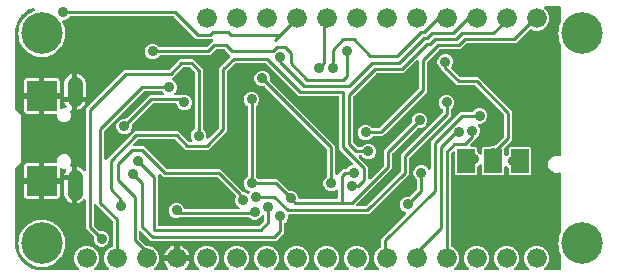
<source format=gbr>
G04 EAGLE Gerber RS-274X export*
G75*
%MOMM*%
%FSLAX34Y34*%
%LPD*%
%INBottom Copper*%
%IPPOS*%
%AMOC8*
5,1,8,0,0,1.08239X$1,22.5*%
G01*
%ADD10C,3.516000*%
%ADD11R,2.500000X2.500000*%
%ADD12C,1.308000*%
%ADD13R,1.500000X2.000000*%
%ADD14C,1.676400*%
%ADD15C,0.906400*%
%ADD16C,0.254000*%

G36*
X131486Y2558D02*
X131486Y2558D01*
X131624Y2571D01*
X131643Y2578D01*
X131664Y2581D01*
X131793Y2632D01*
X131924Y2679D01*
X131940Y2690D01*
X131959Y2698D01*
X132071Y2779D01*
X132187Y2857D01*
X132200Y2873D01*
X132217Y2884D01*
X132305Y2992D01*
X132397Y3096D01*
X132406Y3114D01*
X132419Y3129D01*
X132479Y3255D01*
X132542Y3379D01*
X132546Y3399D01*
X132555Y3417D01*
X132581Y3554D01*
X132611Y3689D01*
X132611Y3710D01*
X132615Y3729D01*
X132606Y3868D01*
X132602Y4007D01*
X132596Y4027D01*
X132595Y4047D01*
X132552Y4179D01*
X132513Y4313D01*
X132503Y4330D01*
X132497Y4349D01*
X132423Y4467D01*
X132352Y4587D01*
X132333Y4608D01*
X132327Y4618D01*
X132312Y4632D01*
X132245Y4707D01*
X131369Y5584D01*
X130358Y6975D01*
X129577Y8507D01*
X129046Y10142D01*
X129037Y10201D01*
X138470Y10201D01*
X138588Y10216D01*
X138707Y10223D01*
X138745Y10235D01*
X138785Y10241D01*
X138896Y10284D01*
X139009Y10321D01*
X139043Y10343D01*
X139081Y10358D01*
X139177Y10427D01*
X139278Y10491D01*
X139306Y10521D01*
X139338Y10544D01*
X139414Y10636D01*
X139496Y10723D01*
X139515Y10758D01*
X139541Y10789D01*
X139592Y10897D01*
X139649Y11001D01*
X139659Y11041D01*
X139677Y11077D01*
X139697Y11184D01*
X139701Y11154D01*
X139745Y11044D01*
X139781Y10931D01*
X139803Y10896D01*
X139818Y10859D01*
X139888Y10762D01*
X139951Y10662D01*
X139981Y10634D01*
X140005Y10601D01*
X140096Y10525D01*
X140183Y10444D01*
X140219Y10424D01*
X140250Y10399D01*
X140357Y10348D01*
X140462Y10290D01*
X140501Y10280D01*
X140537Y10263D01*
X140654Y10241D01*
X140770Y10211D01*
X140830Y10207D01*
X140850Y10203D01*
X140870Y10205D01*
X140930Y10201D01*
X150363Y10201D01*
X150354Y10142D01*
X149823Y8507D01*
X149042Y6975D01*
X148031Y5584D01*
X147155Y4707D01*
X147070Y4598D01*
X146981Y4491D01*
X146972Y4472D01*
X146960Y4456D01*
X146904Y4328D01*
X146845Y4203D01*
X146841Y4183D01*
X146833Y4164D01*
X146811Y4026D01*
X146785Y3890D01*
X146787Y3870D01*
X146783Y3850D01*
X146796Y3711D01*
X146805Y3573D01*
X146811Y3554D01*
X146813Y3534D01*
X146860Y3402D01*
X146903Y3271D01*
X146914Y3253D01*
X146921Y3234D01*
X146999Y3119D01*
X147073Y3002D01*
X147088Y2988D01*
X147099Y2971D01*
X147203Y2879D01*
X147305Y2784D01*
X147323Y2774D01*
X147338Y2761D01*
X147462Y2698D01*
X147583Y2630D01*
X147603Y2625D01*
X147621Y2616D01*
X147757Y2586D01*
X147891Y2551D01*
X147919Y2549D01*
X147931Y2546D01*
X147952Y2547D01*
X148052Y2541D01*
X157466Y2541D01*
X157604Y2558D01*
X157743Y2571D01*
X157762Y2578D01*
X157782Y2581D01*
X157911Y2632D01*
X158042Y2679D01*
X158059Y2690D01*
X158078Y2698D01*
X158190Y2779D01*
X158305Y2857D01*
X158319Y2873D01*
X158335Y2884D01*
X158424Y2992D01*
X158516Y3096D01*
X158525Y3114D01*
X158538Y3129D01*
X158597Y3255D01*
X158660Y3379D01*
X158665Y3399D01*
X158673Y3417D01*
X158699Y3553D01*
X158730Y3689D01*
X158729Y3710D01*
X158733Y3729D01*
X158724Y3868D01*
X158720Y4007D01*
X158715Y4027D01*
X158713Y4047D01*
X158671Y4179D01*
X158632Y4313D01*
X158622Y4330D01*
X158615Y4349D01*
X158541Y4467D01*
X158470Y4587D01*
X158452Y4608D01*
X158445Y4618D01*
X158430Y4632D01*
X158364Y4707D01*
X156271Y6801D01*
X154685Y10628D01*
X154685Y14772D01*
X156271Y18599D01*
X159201Y21529D01*
X163028Y23115D01*
X167172Y23115D01*
X170999Y21529D01*
X173929Y18599D01*
X175515Y14772D01*
X175515Y10628D01*
X173929Y6801D01*
X171836Y4707D01*
X171751Y4598D01*
X171662Y4491D01*
X171654Y4472D01*
X171641Y4456D01*
X171586Y4328D01*
X171527Y4203D01*
X171523Y4183D01*
X171515Y4164D01*
X171493Y4026D01*
X171467Y3890D01*
X171468Y3870D01*
X171465Y3850D01*
X171478Y3711D01*
X171487Y3573D01*
X171493Y3554D01*
X171495Y3534D01*
X171542Y3402D01*
X171585Y3271D01*
X171596Y3253D01*
X171602Y3234D01*
X171680Y3119D01*
X171755Y3002D01*
X171770Y2988D01*
X171781Y2971D01*
X171885Y2879D01*
X171986Y2784D01*
X172004Y2774D01*
X172019Y2761D01*
X172144Y2697D01*
X172265Y2630D01*
X172285Y2625D01*
X172303Y2616D01*
X172438Y2586D01*
X172573Y2551D01*
X172601Y2549D01*
X172613Y2546D01*
X172633Y2547D01*
X172734Y2541D01*
X182866Y2541D01*
X183004Y2558D01*
X183143Y2571D01*
X183162Y2578D01*
X183182Y2581D01*
X183311Y2632D01*
X183442Y2679D01*
X183459Y2690D01*
X183478Y2698D01*
X183590Y2779D01*
X183705Y2857D01*
X183719Y2873D01*
X183735Y2884D01*
X183824Y2992D01*
X183916Y3096D01*
X183925Y3114D01*
X183938Y3129D01*
X183997Y3255D01*
X184060Y3379D01*
X184065Y3399D01*
X184073Y3417D01*
X184099Y3553D01*
X184130Y3689D01*
X184129Y3710D01*
X184133Y3729D01*
X184124Y3868D01*
X184120Y4007D01*
X184115Y4027D01*
X184113Y4047D01*
X184071Y4179D01*
X184032Y4313D01*
X184022Y4330D01*
X184015Y4349D01*
X183941Y4467D01*
X183870Y4587D01*
X183852Y4608D01*
X183845Y4618D01*
X183830Y4632D01*
X183764Y4707D01*
X181671Y6801D01*
X180085Y10628D01*
X180085Y14772D01*
X181671Y18599D01*
X184601Y21529D01*
X188428Y23115D01*
X192572Y23115D01*
X196399Y21529D01*
X199329Y18599D01*
X200915Y14772D01*
X200915Y10628D01*
X199329Y6801D01*
X197236Y4707D01*
X197151Y4598D01*
X197062Y4491D01*
X197054Y4472D01*
X197041Y4456D01*
X196986Y4328D01*
X196927Y4203D01*
X196923Y4183D01*
X196915Y4164D01*
X196893Y4026D01*
X196867Y3890D01*
X196868Y3870D01*
X196865Y3850D01*
X196878Y3711D01*
X196887Y3573D01*
X196893Y3554D01*
X196895Y3534D01*
X196942Y3402D01*
X196985Y3271D01*
X196996Y3253D01*
X197002Y3234D01*
X197080Y3119D01*
X197155Y3002D01*
X197170Y2988D01*
X197181Y2971D01*
X197285Y2879D01*
X197386Y2784D01*
X197404Y2774D01*
X197419Y2761D01*
X197544Y2697D01*
X197665Y2630D01*
X197685Y2625D01*
X197703Y2616D01*
X197838Y2586D01*
X197973Y2551D01*
X198001Y2549D01*
X198013Y2546D01*
X198033Y2547D01*
X198134Y2541D01*
X208266Y2541D01*
X208404Y2558D01*
X208543Y2571D01*
X208562Y2578D01*
X208582Y2581D01*
X208711Y2632D01*
X208842Y2679D01*
X208859Y2690D01*
X208878Y2698D01*
X208990Y2779D01*
X209105Y2857D01*
X209119Y2873D01*
X209135Y2884D01*
X209224Y2992D01*
X209316Y3096D01*
X209325Y3114D01*
X209338Y3129D01*
X209397Y3255D01*
X209460Y3379D01*
X209465Y3399D01*
X209473Y3417D01*
X209499Y3553D01*
X209530Y3689D01*
X209529Y3710D01*
X209533Y3729D01*
X209524Y3868D01*
X209520Y4007D01*
X209515Y4027D01*
X209513Y4047D01*
X209471Y4179D01*
X209432Y4313D01*
X209422Y4330D01*
X209415Y4349D01*
X209341Y4467D01*
X209270Y4587D01*
X209252Y4608D01*
X209245Y4618D01*
X209230Y4632D01*
X209164Y4707D01*
X207071Y6801D01*
X205485Y10628D01*
X205485Y14772D01*
X207071Y18599D01*
X210001Y21529D01*
X213828Y23115D01*
X217972Y23115D01*
X221799Y21529D01*
X224729Y18599D01*
X226315Y14772D01*
X226315Y10628D01*
X224729Y6801D01*
X222636Y4707D01*
X222551Y4598D01*
X222462Y4491D01*
X222454Y4472D01*
X222441Y4456D01*
X222386Y4328D01*
X222327Y4203D01*
X222323Y4183D01*
X222315Y4164D01*
X222293Y4026D01*
X222267Y3890D01*
X222268Y3870D01*
X222265Y3850D01*
X222278Y3711D01*
X222287Y3573D01*
X222293Y3554D01*
X222295Y3534D01*
X222342Y3402D01*
X222385Y3271D01*
X222396Y3253D01*
X222402Y3234D01*
X222480Y3119D01*
X222555Y3002D01*
X222570Y2988D01*
X222581Y2971D01*
X222685Y2879D01*
X222786Y2784D01*
X222804Y2774D01*
X222819Y2761D01*
X222944Y2697D01*
X223065Y2630D01*
X223085Y2625D01*
X223103Y2616D01*
X223238Y2586D01*
X223373Y2551D01*
X223401Y2549D01*
X223413Y2546D01*
X223433Y2547D01*
X223534Y2541D01*
X233666Y2541D01*
X233804Y2558D01*
X233943Y2571D01*
X233962Y2578D01*
X233982Y2581D01*
X234111Y2632D01*
X234242Y2679D01*
X234259Y2690D01*
X234278Y2698D01*
X234390Y2779D01*
X234505Y2857D01*
X234519Y2873D01*
X234535Y2884D01*
X234624Y2992D01*
X234716Y3096D01*
X234725Y3114D01*
X234738Y3129D01*
X234797Y3255D01*
X234860Y3379D01*
X234865Y3399D01*
X234873Y3417D01*
X234899Y3553D01*
X234930Y3689D01*
X234929Y3710D01*
X234933Y3729D01*
X234924Y3868D01*
X234920Y4007D01*
X234915Y4027D01*
X234913Y4047D01*
X234871Y4179D01*
X234832Y4313D01*
X234822Y4330D01*
X234815Y4349D01*
X234741Y4467D01*
X234670Y4587D01*
X234652Y4608D01*
X234645Y4618D01*
X234630Y4632D01*
X234564Y4707D01*
X232471Y6801D01*
X230885Y10628D01*
X230885Y14772D01*
X232471Y18599D01*
X235401Y21529D01*
X239228Y23115D01*
X243372Y23115D01*
X247199Y21529D01*
X250129Y18599D01*
X251715Y14772D01*
X251715Y10628D01*
X250129Y6801D01*
X248036Y4707D01*
X247951Y4598D01*
X247862Y4491D01*
X247854Y4472D01*
X247841Y4456D01*
X247786Y4328D01*
X247727Y4203D01*
X247723Y4183D01*
X247715Y4164D01*
X247693Y4026D01*
X247667Y3890D01*
X247668Y3870D01*
X247665Y3850D01*
X247678Y3711D01*
X247687Y3573D01*
X247693Y3554D01*
X247695Y3534D01*
X247742Y3402D01*
X247785Y3271D01*
X247796Y3253D01*
X247802Y3234D01*
X247880Y3119D01*
X247955Y3002D01*
X247970Y2988D01*
X247981Y2971D01*
X248085Y2879D01*
X248186Y2784D01*
X248204Y2774D01*
X248219Y2761D01*
X248344Y2697D01*
X248465Y2630D01*
X248485Y2625D01*
X248503Y2616D01*
X248638Y2586D01*
X248773Y2551D01*
X248801Y2549D01*
X248813Y2546D01*
X248833Y2547D01*
X248934Y2541D01*
X259066Y2541D01*
X259204Y2558D01*
X259343Y2571D01*
X259362Y2578D01*
X259382Y2581D01*
X259511Y2632D01*
X259642Y2679D01*
X259659Y2690D01*
X259678Y2698D01*
X259790Y2779D01*
X259905Y2857D01*
X259919Y2873D01*
X259935Y2884D01*
X260024Y2992D01*
X260116Y3096D01*
X260125Y3114D01*
X260138Y3129D01*
X260197Y3255D01*
X260260Y3379D01*
X260265Y3399D01*
X260273Y3417D01*
X260299Y3553D01*
X260330Y3689D01*
X260329Y3710D01*
X260333Y3729D01*
X260324Y3868D01*
X260320Y4007D01*
X260315Y4027D01*
X260313Y4047D01*
X260271Y4179D01*
X260232Y4313D01*
X260222Y4330D01*
X260215Y4349D01*
X260141Y4467D01*
X260070Y4587D01*
X260052Y4608D01*
X260045Y4618D01*
X260030Y4632D01*
X259964Y4707D01*
X257871Y6801D01*
X256285Y10628D01*
X256285Y14772D01*
X257871Y18599D01*
X260801Y21529D01*
X264628Y23115D01*
X268772Y23115D01*
X272599Y21529D01*
X275529Y18599D01*
X277115Y14772D01*
X277115Y10628D01*
X275529Y6801D01*
X273436Y4707D01*
X273351Y4598D01*
X273262Y4491D01*
X273254Y4472D01*
X273241Y4456D01*
X273186Y4328D01*
X273127Y4203D01*
X273123Y4183D01*
X273115Y4164D01*
X273093Y4026D01*
X273067Y3890D01*
X273068Y3870D01*
X273065Y3850D01*
X273078Y3711D01*
X273087Y3573D01*
X273093Y3554D01*
X273095Y3534D01*
X273142Y3402D01*
X273185Y3271D01*
X273196Y3253D01*
X273202Y3234D01*
X273280Y3119D01*
X273355Y3002D01*
X273370Y2988D01*
X273381Y2971D01*
X273485Y2879D01*
X273586Y2784D01*
X273604Y2774D01*
X273619Y2761D01*
X273744Y2697D01*
X273865Y2630D01*
X273885Y2625D01*
X273903Y2616D01*
X274038Y2586D01*
X274173Y2551D01*
X274201Y2549D01*
X274213Y2546D01*
X274233Y2547D01*
X274334Y2541D01*
X284466Y2541D01*
X284604Y2558D01*
X284743Y2571D01*
X284762Y2578D01*
X284782Y2581D01*
X284911Y2632D01*
X285042Y2679D01*
X285059Y2690D01*
X285078Y2698D01*
X285190Y2779D01*
X285305Y2857D01*
X285319Y2873D01*
X285335Y2884D01*
X285424Y2992D01*
X285516Y3096D01*
X285525Y3114D01*
X285538Y3129D01*
X285597Y3255D01*
X285660Y3379D01*
X285665Y3399D01*
X285673Y3417D01*
X285699Y3553D01*
X285730Y3689D01*
X285729Y3710D01*
X285733Y3729D01*
X285724Y3868D01*
X285720Y4007D01*
X285715Y4027D01*
X285713Y4047D01*
X285671Y4179D01*
X285632Y4313D01*
X285622Y4330D01*
X285615Y4349D01*
X285541Y4467D01*
X285470Y4587D01*
X285452Y4608D01*
X285445Y4618D01*
X285430Y4632D01*
X285364Y4707D01*
X283271Y6801D01*
X281685Y10628D01*
X281685Y14772D01*
X283271Y18599D01*
X286201Y21529D01*
X290028Y23115D01*
X294172Y23115D01*
X297999Y21529D01*
X300929Y18599D01*
X302515Y14772D01*
X302515Y10628D01*
X300929Y6801D01*
X298836Y4707D01*
X298751Y4598D01*
X298662Y4491D01*
X298654Y4472D01*
X298641Y4456D01*
X298586Y4328D01*
X298527Y4203D01*
X298523Y4183D01*
X298515Y4164D01*
X298493Y4026D01*
X298467Y3890D01*
X298468Y3870D01*
X298465Y3850D01*
X298478Y3711D01*
X298487Y3573D01*
X298493Y3554D01*
X298495Y3534D01*
X298542Y3402D01*
X298585Y3271D01*
X298596Y3253D01*
X298602Y3234D01*
X298680Y3119D01*
X298755Y3002D01*
X298770Y2988D01*
X298781Y2971D01*
X298885Y2879D01*
X298986Y2784D01*
X299004Y2774D01*
X299019Y2761D01*
X299144Y2697D01*
X299265Y2630D01*
X299285Y2625D01*
X299303Y2616D01*
X299438Y2586D01*
X299573Y2551D01*
X299601Y2549D01*
X299613Y2546D01*
X299633Y2547D01*
X299734Y2541D01*
X309866Y2541D01*
X310004Y2558D01*
X310143Y2571D01*
X310162Y2578D01*
X310182Y2581D01*
X310311Y2632D01*
X310442Y2679D01*
X310459Y2690D01*
X310478Y2698D01*
X310590Y2779D01*
X310705Y2857D01*
X310719Y2873D01*
X310735Y2884D01*
X310824Y2992D01*
X310916Y3096D01*
X310925Y3114D01*
X310938Y3129D01*
X310997Y3255D01*
X311060Y3379D01*
X311065Y3399D01*
X311073Y3417D01*
X311099Y3553D01*
X311130Y3689D01*
X311129Y3710D01*
X311133Y3729D01*
X311124Y3868D01*
X311120Y4007D01*
X311115Y4027D01*
X311113Y4047D01*
X311071Y4179D01*
X311032Y4313D01*
X311022Y4330D01*
X311015Y4349D01*
X310941Y4467D01*
X310870Y4587D01*
X310852Y4608D01*
X310845Y4618D01*
X310830Y4632D01*
X310764Y4707D01*
X308671Y6801D01*
X307085Y10628D01*
X307085Y14772D01*
X308671Y18599D01*
X311601Y21529D01*
X312144Y21754D01*
X312169Y21769D01*
X312197Y21778D01*
X312307Y21847D01*
X312420Y21912D01*
X312441Y21932D01*
X312466Y21948D01*
X312555Y22043D01*
X312648Y22133D01*
X312664Y22158D01*
X312684Y22180D01*
X312747Y22293D01*
X312815Y22404D01*
X312823Y22432D01*
X312838Y22458D01*
X312870Y22584D01*
X312908Y22708D01*
X312910Y22738D01*
X312917Y22766D01*
X312927Y22927D01*
X312927Y29308D01*
X315234Y31614D01*
X333692Y50073D01*
X333722Y50112D01*
X333759Y50145D01*
X333819Y50237D01*
X333887Y50324D01*
X333907Y50370D01*
X333934Y50411D01*
X333970Y50515D01*
X334013Y50616D01*
X334021Y50665D01*
X334037Y50712D01*
X334046Y50821D01*
X334063Y50930D01*
X334058Y50979D01*
X334062Y51029D01*
X334044Y51137D01*
X334033Y51246D01*
X334016Y51293D01*
X334008Y51342D01*
X333963Y51442D01*
X333926Y51546D01*
X333898Y51587D01*
X333877Y51632D01*
X333809Y51718D01*
X333747Y51809D01*
X333710Y51842D01*
X333679Y51881D01*
X333591Y51947D01*
X333509Y52019D01*
X333464Y52042D01*
X333425Y52072D01*
X333280Y52143D01*
X331561Y52855D01*
X329715Y54701D01*
X328715Y57114D01*
X328715Y59726D01*
X329715Y62139D01*
X331561Y63985D01*
X333974Y64985D01*
X336648Y64985D01*
X336746Y64997D01*
X336845Y65000D01*
X336904Y65017D01*
X336964Y65025D01*
X337056Y65061D01*
X337151Y65089D01*
X337203Y65119D01*
X337259Y65142D01*
X337339Y65200D01*
X337425Y65250D01*
X337500Y65316D01*
X337517Y65328D01*
X337525Y65338D01*
X337546Y65356D01*
X343036Y70846D01*
X343096Y70925D01*
X343164Y70997D01*
X343193Y71050D01*
X343230Y71098D01*
X343270Y71189D01*
X343318Y71275D01*
X343333Y71334D01*
X343357Y71389D01*
X343372Y71487D01*
X343397Y71583D01*
X343403Y71683D01*
X343407Y71704D01*
X343405Y71716D01*
X343407Y71744D01*
X343407Y78583D01*
X343395Y78681D01*
X343392Y78780D01*
X343375Y78839D01*
X343367Y78899D01*
X343331Y78991D01*
X343303Y79086D01*
X343273Y79138D01*
X343250Y79194D01*
X343192Y79274D01*
X343142Y79360D01*
X343076Y79435D01*
X343064Y79452D01*
X343054Y79459D01*
X343036Y79481D01*
X341145Y81371D01*
X340145Y83784D01*
X340145Y86396D01*
X341145Y88809D01*
X342991Y90655D01*
X345404Y91655D01*
X348016Y91655D01*
X350429Y90655D01*
X352275Y88809D01*
X352395Y88519D01*
X352430Y88458D01*
X352456Y88393D01*
X352508Y88321D01*
X352553Y88242D01*
X352601Y88192D01*
X352642Y88136D01*
X352712Y88078D01*
X352774Y88014D01*
X352834Y87978D01*
X352887Y87933D01*
X352969Y87895D01*
X353045Y87848D01*
X353112Y87827D01*
X353175Y87797D01*
X353263Y87781D01*
X353349Y87754D01*
X353419Y87751D01*
X353488Y87738D01*
X353577Y87743D01*
X353667Y87739D01*
X353735Y87753D01*
X353805Y87757D01*
X353890Y87785D01*
X353978Y87803D01*
X354041Y87834D01*
X354107Y87855D01*
X354183Y87904D01*
X354264Y87943D01*
X354317Y87988D01*
X354376Y88026D01*
X354438Y88091D01*
X354506Y88149D01*
X354546Y88206D01*
X354594Y88257D01*
X354637Y88336D01*
X354689Y88409D01*
X354714Y88475D01*
X354748Y88536D01*
X354770Y88623D01*
X354802Y88707D01*
X354810Y88776D01*
X354827Y88844D01*
X354837Y89004D01*
X354837Y111858D01*
X379632Y136653D01*
X389733Y136653D01*
X389831Y136665D01*
X389930Y136668D01*
X389988Y136685D01*
X390049Y136693D01*
X390141Y136729D01*
X390236Y136757D01*
X390288Y136787D01*
X390344Y136810D01*
X390424Y136868D01*
X390510Y136918D01*
X390585Y136984D01*
X390602Y136996D01*
X390609Y137006D01*
X390631Y137024D01*
X392521Y138915D01*
X394934Y139915D01*
X397546Y139915D01*
X399959Y138915D01*
X401805Y137069D01*
X402805Y134656D01*
X402805Y132044D01*
X401805Y129631D01*
X399959Y127785D01*
X397546Y126785D01*
X396103Y126785D01*
X395965Y126768D01*
X395826Y126755D01*
X395807Y126748D01*
X395787Y126745D01*
X395658Y126694D01*
X395527Y126647D01*
X395510Y126636D01*
X395492Y126628D01*
X395379Y126547D01*
X395264Y126469D01*
X395251Y126453D01*
X395234Y126442D01*
X395146Y126335D01*
X395054Y126230D01*
X395044Y126212D01*
X395032Y126197D01*
X394972Y126071D01*
X394909Y125947D01*
X394905Y125927D01*
X394896Y125909D01*
X394870Y125773D01*
X394839Y125637D01*
X394840Y125616D01*
X394836Y125597D01*
X394845Y125458D01*
X394849Y125319D01*
X394855Y125299D01*
X394856Y125279D01*
X394899Y125147D01*
X394937Y125013D01*
X394948Y124996D01*
X394954Y124977D01*
X395028Y124859D01*
X395099Y124739D01*
X395118Y124718D01*
X395124Y124708D01*
X395139Y124694D01*
X395205Y124618D01*
X395455Y124369D01*
X396455Y121956D01*
X396455Y119344D01*
X395455Y116931D01*
X393564Y115041D01*
X393504Y114962D01*
X393436Y114890D01*
X393407Y114837D01*
X393370Y114789D01*
X393330Y114698D01*
X393282Y114612D01*
X393267Y114553D01*
X393243Y114497D01*
X393228Y114399D01*
X393203Y114304D01*
X393197Y114206D01*
X390886Y111896D01*
X388440Y109449D01*
X388355Y109340D01*
X388266Y109233D01*
X388258Y109214D01*
X388245Y109198D01*
X388190Y109070D01*
X388131Y108945D01*
X388127Y108925D01*
X388119Y108906D01*
X388097Y108768D01*
X388071Y108632D01*
X388072Y108612D01*
X388069Y108592D01*
X388082Y108453D01*
X388091Y108315D01*
X388097Y108296D01*
X388099Y108276D01*
X388146Y108144D01*
X388189Y108013D01*
X388200Y107995D01*
X388207Y107976D01*
X388285Y107861D01*
X388359Y107744D01*
X388374Y107730D01*
X388385Y107713D01*
X388489Y107621D01*
X388591Y107526D01*
X388608Y107516D01*
X388624Y107503D01*
X388748Y107439D01*
X388869Y107372D01*
X388889Y107367D01*
X388907Y107358D01*
X389043Y107328D01*
X389177Y107293D01*
X389205Y107291D01*
X389217Y107288D01*
X389238Y107289D01*
X389338Y107283D01*
X393152Y107283D01*
X394343Y106092D01*
X394343Y103147D01*
X394355Y103049D01*
X394358Y102950D01*
X394375Y102892D01*
X394383Y102831D01*
X394419Y102739D01*
X394447Y102644D01*
X394477Y102592D01*
X394500Y102536D01*
X394558Y102456D01*
X394608Y102370D01*
X394674Y102295D01*
X394686Y102278D01*
X394696Y102271D01*
X394714Y102249D01*
X395971Y100993D01*
X396080Y100909D01*
X396187Y100820D01*
X396206Y100811D01*
X396222Y100798D01*
X396349Y100743D01*
X396475Y100684D01*
X396495Y100680D01*
X396514Y100672D01*
X396652Y100650D01*
X396788Y100624D01*
X396808Y100625D01*
X396828Y100622D01*
X396967Y100635D01*
X397105Y100644D01*
X397124Y100650D01*
X397144Y100652D01*
X397276Y100699D01*
X397407Y100742D01*
X397425Y100753D01*
X397444Y100760D01*
X397559Y100838D01*
X397676Y100912D01*
X397690Y100927D01*
X397707Y100938D01*
X397799Y101042D01*
X397894Y101144D01*
X397904Y101162D01*
X397917Y101177D01*
X397980Y101300D01*
X398048Y101422D01*
X398053Y101442D01*
X398062Y101460D01*
X398092Y101596D01*
X398127Y101730D01*
X398129Y101758D01*
X398132Y101770D01*
X398131Y101791D01*
X398137Y101891D01*
X398137Y106092D01*
X399328Y107283D01*
X403982Y107283D01*
X403992Y107284D01*
X404001Y107283D01*
X404150Y107304D01*
X404298Y107323D01*
X404307Y107326D01*
X404316Y107327D01*
X404468Y107379D01*
X406364Y108165D01*
X409038Y108165D01*
X409136Y108177D01*
X409235Y108180D01*
X409294Y108197D01*
X409354Y108205D01*
X409446Y108241D01*
X409541Y108269D01*
X409593Y108299D01*
X409649Y108322D01*
X409729Y108380D01*
X409815Y108430D01*
X409890Y108496D01*
X409907Y108508D01*
X409915Y108518D01*
X409936Y108536D01*
X416696Y115296D01*
X416756Y115375D01*
X416824Y115447D01*
X416853Y115500D01*
X416890Y115548D01*
X416930Y115639D01*
X416978Y115725D01*
X416993Y115784D01*
X417017Y115839D01*
X417032Y115937D01*
X417057Y116033D01*
X417063Y116133D01*
X417067Y116154D01*
X417065Y116166D01*
X417067Y116194D01*
X417067Y133996D01*
X417055Y134094D01*
X417052Y134193D01*
X417035Y134252D01*
X417027Y134312D01*
X416991Y134404D01*
X416963Y134499D01*
X416933Y134551D01*
X416910Y134607D01*
X416852Y134687D01*
X416802Y134773D01*
X416736Y134848D01*
X416724Y134865D01*
X416714Y134873D01*
X416696Y134894D01*
X392704Y158886D01*
X392625Y158946D01*
X392553Y159014D01*
X392500Y159043D01*
X392452Y159080D01*
X392361Y159120D01*
X392275Y159168D01*
X392216Y159183D01*
X392161Y159207D01*
X392063Y159222D01*
X391967Y159247D01*
X391867Y159253D01*
X391846Y159257D01*
X391834Y159255D01*
X391806Y159257D01*
X377092Y159257D01*
X363719Y172630D01*
X363715Y172661D01*
X363712Y172760D01*
X363695Y172818D01*
X363687Y172879D01*
X363651Y172971D01*
X363623Y173066D01*
X363593Y173118D01*
X363570Y173174D01*
X363512Y173254D01*
X363462Y173340D01*
X363396Y173415D01*
X363384Y173432D01*
X363374Y173439D01*
X363356Y173461D01*
X361465Y175351D01*
X360465Y177764D01*
X360465Y180376D01*
X361465Y182789D01*
X363311Y184635D01*
X365724Y185635D01*
X368336Y185635D01*
X370749Y184635D01*
X372595Y182789D01*
X373595Y180376D01*
X373595Y177764D01*
X372595Y175351D01*
X372365Y175121D01*
X372292Y175027D01*
X372213Y174938D01*
X372195Y174902D01*
X372170Y174870D01*
X372123Y174760D01*
X372068Y174654D01*
X372060Y174615D01*
X372044Y174578D01*
X372025Y174460D01*
X371999Y174344D01*
X372000Y174304D01*
X371994Y174264D01*
X372005Y174145D01*
X372008Y174026D01*
X372020Y173987D01*
X372024Y173947D01*
X372064Y173835D01*
X372097Y173721D01*
X372117Y173686D01*
X372131Y173648D01*
X372198Y173549D01*
X372258Y173447D01*
X372298Y173402D01*
X372310Y173385D01*
X372325Y173371D01*
X372365Y173326D01*
X379456Y166234D01*
X379535Y166174D01*
X379607Y166106D01*
X379660Y166077D01*
X379708Y166040D01*
X379799Y166000D01*
X379885Y165952D01*
X379944Y165937D01*
X379999Y165913D01*
X380097Y165898D01*
X380193Y165873D01*
X380293Y165867D01*
X380314Y165863D01*
X380326Y165865D01*
X380354Y165863D01*
X395068Y165863D01*
X423673Y137258D01*
X423673Y112932D01*
X417574Y106834D01*
X417514Y106755D01*
X417446Y106683D01*
X417417Y106630D01*
X417380Y106582D01*
X417340Y106491D01*
X417292Y106405D01*
X417277Y106346D01*
X417253Y106291D01*
X417238Y106193D01*
X417213Y106097D01*
X417207Y105997D01*
X417203Y105976D01*
X417205Y105964D01*
X417203Y105936D01*
X417203Y100621D01*
X417220Y100483D01*
X417233Y100345D01*
X417240Y100326D01*
X417243Y100305D01*
X417294Y100176D01*
X417341Y100045D01*
X417352Y100028D01*
X417360Y100010D01*
X417441Y99897D01*
X417519Y99782D01*
X417535Y99769D01*
X417546Y99752D01*
X417654Y99664D01*
X417758Y99572D01*
X417776Y99562D01*
X417791Y99550D01*
X417917Y99490D01*
X418041Y99427D01*
X418061Y99423D01*
X418079Y99414D01*
X418216Y99388D01*
X418351Y99357D01*
X418372Y99358D01*
X418391Y99354D01*
X418530Y99363D01*
X418669Y99367D01*
X418689Y99373D01*
X418709Y99374D01*
X418841Y99417D01*
X418975Y99455D01*
X418992Y99466D01*
X419011Y99472D01*
X419129Y99546D01*
X419249Y99617D01*
X419270Y99636D01*
X419280Y99642D01*
X419294Y99657D01*
X419369Y99723D01*
X420626Y100979D01*
X420686Y101058D01*
X420754Y101130D01*
X420783Y101183D01*
X420820Y101231D01*
X420860Y101322D01*
X420908Y101408D01*
X420923Y101467D01*
X420947Y101523D01*
X420962Y101620D01*
X420987Y101716D01*
X420993Y101816D01*
X420997Y101837D01*
X420995Y101849D01*
X420997Y101877D01*
X420997Y106092D01*
X422188Y107283D01*
X438872Y107283D01*
X440063Y106092D01*
X440063Y84408D01*
X438872Y83217D01*
X422188Y83217D01*
X420997Y84408D01*
X420997Y88623D01*
X420985Y88721D01*
X420982Y88820D01*
X420965Y88878D01*
X420957Y88939D01*
X420921Y89031D01*
X420893Y89126D01*
X420863Y89178D01*
X420840Y89234D01*
X420782Y89314D01*
X420732Y89400D01*
X420666Y89475D01*
X420654Y89492D01*
X420644Y89499D01*
X420626Y89521D01*
X419369Y90777D01*
X419260Y90861D01*
X419153Y90950D01*
X419134Y90959D01*
X419118Y90972D01*
X418991Y91027D01*
X418865Y91086D01*
X418845Y91090D01*
X418826Y91098D01*
X418688Y91120D01*
X418552Y91146D01*
X418532Y91145D01*
X418512Y91148D01*
X418373Y91135D01*
X418235Y91126D01*
X418216Y91120D01*
X418196Y91118D01*
X418064Y91071D01*
X417933Y91028D01*
X417915Y91017D01*
X417896Y91010D01*
X417781Y90932D01*
X417664Y90858D01*
X417650Y90843D01*
X417633Y90832D01*
X417541Y90728D01*
X417446Y90626D01*
X417436Y90608D01*
X417423Y90593D01*
X417360Y90470D01*
X417292Y90348D01*
X417287Y90328D01*
X417278Y90310D01*
X417248Y90174D01*
X417213Y90040D01*
X417211Y90012D01*
X417208Y90000D01*
X417209Y89979D01*
X417203Y89879D01*
X417203Y84408D01*
X416012Y83217D01*
X399328Y83217D01*
X398137Y84408D01*
X398137Y91149D01*
X398120Y91287D01*
X398107Y91425D01*
X398100Y91444D01*
X398097Y91465D01*
X398046Y91594D01*
X397999Y91725D01*
X397988Y91742D01*
X397980Y91760D01*
X397899Y91873D01*
X397821Y91988D01*
X397805Y92001D01*
X397794Y92018D01*
X397686Y92106D01*
X397582Y92198D01*
X397564Y92208D01*
X397549Y92220D01*
X397423Y92280D01*
X397299Y92343D01*
X397279Y92347D01*
X397261Y92356D01*
X397124Y92382D01*
X396989Y92413D01*
X396968Y92412D01*
X396949Y92416D01*
X396810Y92407D01*
X396671Y92403D01*
X396651Y92397D01*
X396631Y92396D01*
X396499Y92353D01*
X396365Y92315D01*
X396348Y92304D01*
X396329Y92298D01*
X396211Y92224D01*
X396091Y92153D01*
X396070Y92134D01*
X396060Y92128D01*
X396046Y92113D01*
X395971Y92047D01*
X394714Y90791D01*
X394654Y90712D01*
X394586Y90640D01*
X394557Y90587D01*
X394520Y90539D01*
X394480Y90448D01*
X394432Y90362D01*
X394417Y90303D01*
X394393Y90247D01*
X394378Y90150D01*
X394353Y90054D01*
X394347Y89954D01*
X394343Y89933D01*
X394345Y89921D01*
X394343Y89893D01*
X394343Y84408D01*
X393152Y83217D01*
X376468Y83217D01*
X375277Y84408D01*
X375277Y102112D01*
X375260Y102250D01*
X375247Y102389D01*
X375240Y102408D01*
X375237Y102428D01*
X375186Y102557D01*
X375139Y102688D01*
X375128Y102705D01*
X375120Y102723D01*
X375039Y102836D01*
X374961Y102951D01*
X374945Y102964D01*
X374934Y102981D01*
X374826Y103070D01*
X374722Y103162D01*
X374704Y103171D01*
X374689Y103184D01*
X374563Y103243D01*
X374439Y103306D01*
X374419Y103311D01*
X374401Y103319D01*
X374264Y103345D01*
X374129Y103376D01*
X374108Y103375D01*
X374089Y103379D01*
X373950Y103370D01*
X373811Y103366D01*
X373791Y103360D01*
X373771Y103359D01*
X373639Y103316D01*
X373505Y103278D01*
X373488Y103267D01*
X373469Y103261D01*
X373351Y103187D01*
X373231Y103116D01*
X373210Y103098D01*
X373200Y103091D01*
X373186Y103076D01*
X373111Y103010D01*
X371974Y101874D01*
X371914Y101796D01*
X371846Y101723D01*
X371817Y101670D01*
X371780Y101622D01*
X371740Y101532D01*
X371692Y101445D01*
X371677Y101386D01*
X371653Y101331D01*
X371638Y101233D01*
X371613Y101137D01*
X371607Y101037D01*
X371603Y101016D01*
X371605Y101004D01*
X371603Y100976D01*
X371603Y23453D01*
X371606Y23424D01*
X371604Y23394D01*
X371626Y23266D01*
X371643Y23137D01*
X371653Y23110D01*
X371658Y23081D01*
X371712Y22962D01*
X371760Y22842D01*
X371777Y22818D01*
X371789Y22791D01*
X371870Y22689D01*
X371946Y22584D01*
X371969Y22565D01*
X371988Y22542D01*
X372091Y22464D01*
X372191Y22381D01*
X372218Y22369D01*
X372242Y22351D01*
X372386Y22280D01*
X374199Y21529D01*
X377129Y18599D01*
X378715Y14772D01*
X378715Y10628D01*
X377129Y6801D01*
X375036Y4707D01*
X374951Y4598D01*
X374862Y4491D01*
X374854Y4472D01*
X374841Y4456D01*
X374786Y4328D01*
X374727Y4203D01*
X374723Y4183D01*
X374715Y4164D01*
X374693Y4026D01*
X374667Y3890D01*
X374668Y3870D01*
X374665Y3850D01*
X374678Y3711D01*
X374687Y3573D01*
X374693Y3554D01*
X374695Y3534D01*
X374742Y3402D01*
X374785Y3271D01*
X374796Y3253D01*
X374802Y3234D01*
X374880Y3119D01*
X374955Y3002D01*
X374970Y2988D01*
X374981Y2971D01*
X375085Y2879D01*
X375186Y2784D01*
X375204Y2774D01*
X375219Y2761D01*
X375344Y2697D01*
X375465Y2630D01*
X375485Y2625D01*
X375503Y2616D01*
X375638Y2586D01*
X375773Y2551D01*
X375801Y2549D01*
X375813Y2546D01*
X375833Y2547D01*
X375934Y2541D01*
X386066Y2541D01*
X386204Y2558D01*
X386343Y2571D01*
X386362Y2578D01*
X386382Y2581D01*
X386511Y2632D01*
X386642Y2679D01*
X386659Y2690D01*
X386678Y2698D01*
X386790Y2779D01*
X386905Y2857D01*
X386919Y2873D01*
X386935Y2884D01*
X387024Y2992D01*
X387116Y3096D01*
X387125Y3114D01*
X387138Y3129D01*
X387197Y3255D01*
X387260Y3379D01*
X387265Y3399D01*
X387273Y3417D01*
X387299Y3553D01*
X387330Y3689D01*
X387329Y3710D01*
X387333Y3729D01*
X387324Y3868D01*
X387320Y4007D01*
X387315Y4027D01*
X387313Y4047D01*
X387271Y4179D01*
X387232Y4313D01*
X387222Y4330D01*
X387215Y4349D01*
X387141Y4467D01*
X387070Y4587D01*
X387052Y4608D01*
X387045Y4618D01*
X387030Y4632D01*
X386964Y4707D01*
X384871Y6801D01*
X383285Y10628D01*
X383285Y14772D01*
X384871Y18599D01*
X387801Y21529D01*
X391628Y23115D01*
X395772Y23115D01*
X399599Y21529D01*
X402529Y18599D01*
X404115Y14772D01*
X404115Y10628D01*
X402529Y6801D01*
X400436Y4707D01*
X400351Y4598D01*
X400262Y4491D01*
X400254Y4472D01*
X400241Y4456D01*
X400186Y4328D01*
X400127Y4203D01*
X400123Y4183D01*
X400115Y4164D01*
X400093Y4026D01*
X400067Y3890D01*
X400068Y3870D01*
X400065Y3850D01*
X400078Y3711D01*
X400087Y3573D01*
X400093Y3554D01*
X400095Y3534D01*
X400142Y3402D01*
X400185Y3271D01*
X400196Y3253D01*
X400202Y3234D01*
X400280Y3119D01*
X400355Y3002D01*
X400370Y2988D01*
X400381Y2971D01*
X400485Y2879D01*
X400586Y2784D01*
X400604Y2774D01*
X400619Y2761D01*
X400744Y2697D01*
X400865Y2630D01*
X400885Y2625D01*
X400903Y2616D01*
X401038Y2586D01*
X401173Y2551D01*
X401201Y2549D01*
X401213Y2546D01*
X401233Y2547D01*
X401334Y2541D01*
X411466Y2541D01*
X411604Y2558D01*
X411743Y2571D01*
X411762Y2578D01*
X411782Y2581D01*
X411911Y2632D01*
X412042Y2679D01*
X412059Y2690D01*
X412078Y2698D01*
X412190Y2779D01*
X412305Y2857D01*
X412319Y2873D01*
X412335Y2884D01*
X412424Y2992D01*
X412516Y3096D01*
X412525Y3114D01*
X412538Y3129D01*
X412597Y3255D01*
X412660Y3379D01*
X412665Y3399D01*
X412673Y3417D01*
X412699Y3553D01*
X412730Y3689D01*
X412729Y3710D01*
X412733Y3729D01*
X412724Y3868D01*
X412720Y4007D01*
X412715Y4027D01*
X412713Y4047D01*
X412671Y4179D01*
X412632Y4313D01*
X412622Y4330D01*
X412615Y4349D01*
X412541Y4467D01*
X412470Y4587D01*
X412452Y4608D01*
X412445Y4618D01*
X412430Y4632D01*
X412364Y4707D01*
X410271Y6801D01*
X408685Y10628D01*
X408685Y14772D01*
X410271Y18599D01*
X413201Y21529D01*
X417028Y23115D01*
X421172Y23115D01*
X424999Y21529D01*
X427929Y18599D01*
X429515Y14772D01*
X429515Y10628D01*
X427929Y6801D01*
X425836Y4707D01*
X425751Y4598D01*
X425662Y4491D01*
X425654Y4472D01*
X425641Y4456D01*
X425586Y4328D01*
X425527Y4203D01*
X425523Y4183D01*
X425515Y4164D01*
X425493Y4026D01*
X425467Y3890D01*
X425468Y3870D01*
X425465Y3850D01*
X425478Y3711D01*
X425487Y3573D01*
X425493Y3554D01*
X425495Y3534D01*
X425542Y3402D01*
X425585Y3271D01*
X425596Y3253D01*
X425602Y3234D01*
X425680Y3119D01*
X425755Y3002D01*
X425770Y2988D01*
X425781Y2971D01*
X425885Y2879D01*
X425986Y2784D01*
X426004Y2774D01*
X426019Y2761D01*
X426144Y2697D01*
X426265Y2630D01*
X426285Y2625D01*
X426303Y2616D01*
X426438Y2586D01*
X426573Y2551D01*
X426601Y2549D01*
X426613Y2546D01*
X426633Y2547D01*
X426734Y2541D01*
X436866Y2541D01*
X437004Y2558D01*
X437143Y2571D01*
X437162Y2578D01*
X437182Y2581D01*
X437311Y2632D01*
X437442Y2679D01*
X437459Y2690D01*
X437478Y2698D01*
X437590Y2779D01*
X437705Y2857D01*
X437719Y2873D01*
X437735Y2884D01*
X437824Y2992D01*
X437916Y3096D01*
X437925Y3114D01*
X437938Y3129D01*
X437997Y3255D01*
X438060Y3379D01*
X438065Y3399D01*
X438073Y3417D01*
X438099Y3553D01*
X438130Y3689D01*
X438129Y3710D01*
X438133Y3729D01*
X438124Y3868D01*
X438120Y4007D01*
X438115Y4027D01*
X438113Y4047D01*
X438071Y4179D01*
X438032Y4313D01*
X438022Y4330D01*
X438015Y4349D01*
X437941Y4467D01*
X437870Y4587D01*
X437852Y4608D01*
X437845Y4618D01*
X437830Y4632D01*
X437764Y4707D01*
X435671Y6801D01*
X434085Y10628D01*
X434085Y14772D01*
X435671Y18599D01*
X438601Y21529D01*
X442428Y23115D01*
X446572Y23115D01*
X450399Y21529D01*
X453329Y18599D01*
X454915Y14772D01*
X454915Y10628D01*
X453329Y6801D01*
X451236Y4707D01*
X451151Y4598D01*
X451062Y4491D01*
X451054Y4472D01*
X451041Y4456D01*
X450986Y4328D01*
X450927Y4203D01*
X450923Y4183D01*
X450915Y4164D01*
X450893Y4026D01*
X450867Y3890D01*
X450868Y3870D01*
X450865Y3850D01*
X450878Y3711D01*
X450887Y3573D01*
X450893Y3554D01*
X450895Y3534D01*
X450942Y3402D01*
X450985Y3271D01*
X450996Y3253D01*
X451002Y3234D01*
X451080Y3119D01*
X451155Y3002D01*
X451170Y2988D01*
X451181Y2971D01*
X451285Y2879D01*
X451386Y2784D01*
X451404Y2774D01*
X451419Y2761D01*
X451544Y2697D01*
X451665Y2630D01*
X451685Y2625D01*
X451703Y2616D01*
X451838Y2586D01*
X451973Y2551D01*
X452001Y2549D01*
X452013Y2546D01*
X452033Y2547D01*
X452134Y2541D01*
X463550Y2541D01*
X463668Y2556D01*
X463787Y2563D01*
X463825Y2576D01*
X463866Y2581D01*
X463976Y2624D01*
X464089Y2661D01*
X464124Y2683D01*
X464161Y2698D01*
X464257Y2767D01*
X464358Y2831D01*
X464386Y2861D01*
X464419Y2884D01*
X464495Y2976D01*
X464576Y3063D01*
X464596Y3098D01*
X464621Y3129D01*
X464672Y3237D01*
X464730Y3341D01*
X464740Y3381D01*
X464757Y3417D01*
X464779Y3534D01*
X464809Y3649D01*
X464813Y3709D01*
X464817Y3729D01*
X464815Y3750D01*
X464819Y3810D01*
X464819Y15958D01*
X464799Y16122D01*
X464780Y16272D01*
X464780Y16273D01*
X464779Y16273D01*
X464722Y16420D01*
X464663Y16568D01*
X464663Y16569D01*
X464662Y16569D01*
X464662Y16570D01*
X464577Y16704D01*
X464208Y17211D01*
X463647Y19849D01*
X463636Y19883D01*
X463631Y19919D01*
X463579Y20071D01*
X462987Y21499D01*
X462987Y22822D01*
X462981Y22874D01*
X462983Y22926D01*
X462960Y23086D01*
X462468Y25400D01*
X462960Y27714D01*
X462964Y27767D01*
X462977Y27817D01*
X462987Y27978D01*
X462987Y29301D01*
X463579Y30729D01*
X463588Y30763D01*
X463604Y30795D01*
X463647Y30951D01*
X464208Y33589D01*
X464577Y34096D01*
X464651Y34231D01*
X464730Y34373D01*
X464730Y34374D01*
X464730Y34375D01*
X464766Y34515D01*
X464809Y34681D01*
X464809Y34682D01*
X464809Y34683D01*
X464809Y34684D01*
X464819Y34842D01*
X464819Y84337D01*
X464813Y84386D01*
X464815Y84436D01*
X464793Y84543D01*
X464779Y84652D01*
X464761Y84699D01*
X464751Y84747D01*
X464703Y84846D01*
X464662Y84948D01*
X464633Y84988D01*
X464611Y85033D01*
X464540Y85116D01*
X464476Y85205D01*
X464437Y85237D01*
X464405Y85275D01*
X464315Y85338D01*
X464231Y85408D01*
X464186Y85429D01*
X464145Y85458D01*
X464042Y85497D01*
X463943Y85544D01*
X463894Y85553D01*
X463848Y85571D01*
X463738Y85583D01*
X463631Y85603D01*
X463581Y85600D01*
X463532Y85606D01*
X463423Y85590D01*
X463313Y85584D01*
X463266Y85568D01*
X463217Y85561D01*
X463064Y85509D01*
X462461Y85259D01*
X459659Y85259D01*
X457072Y86331D01*
X455091Y88312D01*
X454019Y90899D01*
X454019Y93701D01*
X455091Y96288D01*
X457072Y98269D01*
X459659Y99341D01*
X462461Y99341D01*
X463064Y99091D01*
X463112Y99078D01*
X463157Y99056D01*
X463265Y99036D01*
X463371Y99007D01*
X463421Y99006D01*
X463470Y98997D01*
X463579Y99003D01*
X463689Y99002D01*
X463737Y99013D01*
X463787Y99016D01*
X463891Y99050D01*
X463998Y99076D01*
X464042Y99099D01*
X464089Y99114D01*
X464182Y99173D01*
X464279Y99225D01*
X464316Y99258D01*
X464358Y99285D01*
X464415Y99345D01*
X464419Y99347D01*
X464428Y99358D01*
X464433Y99365D01*
X464515Y99438D01*
X464542Y99480D01*
X464576Y99516D01*
X464612Y99581D01*
X464621Y99592D01*
X464635Y99621D01*
X464689Y99704D01*
X464706Y99751D01*
X464730Y99795D01*
X464745Y99855D01*
X464757Y99880D01*
X464766Y99927D01*
X464793Y100005D01*
X464797Y100055D01*
X464809Y100103D01*
X464814Y100177D01*
X464817Y100192D01*
X464816Y100208D01*
X464819Y100263D01*
X464819Y193758D01*
X464799Y193922D01*
X464780Y194072D01*
X464780Y194073D01*
X464779Y194073D01*
X464722Y194220D01*
X464663Y194368D01*
X464663Y194369D01*
X464662Y194369D01*
X464662Y194370D01*
X464577Y194504D01*
X464208Y195011D01*
X463647Y197649D01*
X463636Y197683D01*
X463631Y197719D01*
X463579Y197871D01*
X462987Y199299D01*
X462987Y200622D01*
X462981Y200674D01*
X462983Y200726D01*
X462960Y200886D01*
X462468Y203200D01*
X462960Y205514D01*
X462964Y205567D01*
X462977Y205617D01*
X462987Y205778D01*
X462987Y207101D01*
X463579Y208529D01*
X463588Y208563D01*
X463604Y208595D01*
X463647Y208751D01*
X464208Y211389D01*
X464577Y211896D01*
X464647Y212024D01*
X464730Y212173D01*
X464730Y212174D01*
X464730Y212175D01*
X464765Y212311D01*
X464809Y212481D01*
X464809Y212482D01*
X464809Y212483D01*
X464809Y212484D01*
X464819Y212642D01*
X464819Y224790D01*
X464804Y224908D01*
X464797Y225027D01*
X464784Y225065D01*
X464779Y225106D01*
X464736Y225216D01*
X464699Y225329D01*
X464677Y225364D01*
X464662Y225401D01*
X464593Y225497D01*
X464529Y225598D01*
X464499Y225626D01*
X464476Y225659D01*
X464384Y225735D01*
X464297Y225816D01*
X464262Y225836D01*
X464231Y225861D01*
X464123Y225912D01*
X464019Y225970D01*
X463979Y225980D01*
X463943Y225997D01*
X463826Y226019D01*
X463711Y226049D01*
X463651Y226053D01*
X463631Y226057D01*
X463610Y226055D01*
X463550Y226059D01*
X452134Y226059D01*
X451996Y226042D01*
X451857Y226029D01*
X451838Y226022D01*
X451818Y226019D01*
X451689Y225968D01*
X451558Y225921D01*
X451541Y225910D01*
X451522Y225902D01*
X451410Y225821D01*
X451295Y225743D01*
X451281Y225727D01*
X451265Y225716D01*
X451176Y225608D01*
X451084Y225504D01*
X451075Y225486D01*
X451062Y225471D01*
X451003Y225345D01*
X450940Y225221D01*
X450935Y225201D01*
X450927Y225183D01*
X450901Y225047D01*
X450870Y224911D01*
X450871Y224890D01*
X450867Y224871D01*
X450876Y224732D01*
X450880Y224593D01*
X450885Y224573D01*
X450887Y224553D01*
X450929Y224421D01*
X450968Y224287D01*
X450978Y224270D01*
X450985Y224251D01*
X451059Y224133D01*
X451130Y224013D01*
X451148Y223992D01*
X451155Y223982D01*
X451170Y223968D01*
X451236Y223893D01*
X453329Y221799D01*
X454915Y217972D01*
X454915Y213828D01*
X453329Y210001D01*
X450399Y207071D01*
X446572Y205485D01*
X442428Y205485D01*
X439717Y206608D01*
X439689Y206616D01*
X439662Y206630D01*
X439536Y206658D01*
X439410Y206692D01*
X439381Y206693D01*
X439352Y206699D01*
X439222Y206695D01*
X439092Y206697D01*
X439064Y206690D01*
X439034Y206690D01*
X438910Y206653D01*
X438783Y206623D01*
X438757Y206609D01*
X438729Y206601D01*
X438617Y206535D01*
X438502Y206474D01*
X438480Y206455D01*
X438455Y206440D01*
X438334Y206333D01*
X426818Y194817D01*
X385434Y194817D01*
X385336Y194805D01*
X385237Y194802D01*
X385178Y194785D01*
X385118Y194777D01*
X385026Y194741D01*
X384931Y194713D01*
X384879Y194683D01*
X384823Y194660D01*
X384742Y194602D01*
X384657Y194552D01*
X384582Y194486D01*
X384565Y194474D01*
X384557Y194464D01*
X384536Y194446D01*
X379828Y189737D01*
X362574Y189737D01*
X362476Y189725D01*
X362377Y189722D01*
X362318Y189705D01*
X362258Y189697D01*
X362166Y189661D01*
X362071Y189633D01*
X362019Y189603D01*
X361963Y189580D01*
X361883Y189522D01*
X361797Y189472D01*
X361722Y189406D01*
X361705Y189394D01*
X361697Y189384D01*
X361676Y189366D01*
X351654Y179344D01*
X351594Y179265D01*
X351526Y179193D01*
X351497Y179140D01*
X351460Y179092D01*
X351420Y179001D01*
X351372Y178915D01*
X351357Y178856D01*
X351333Y178801D01*
X351318Y178703D01*
X351293Y178607D01*
X351287Y178507D01*
X351283Y178486D01*
X351285Y178474D01*
X351283Y178446D01*
X351283Y153572D01*
X348977Y151266D01*
X348976Y151266D01*
X316094Y118384D01*
X313788Y116077D01*
X306227Y116077D01*
X306129Y116065D01*
X306030Y116062D01*
X305972Y116045D01*
X305911Y116037D01*
X305819Y116001D01*
X305724Y115973D01*
X305672Y115943D01*
X305616Y115920D01*
X305536Y115862D01*
X305450Y115812D01*
X305375Y115746D01*
X305358Y115734D01*
X305351Y115724D01*
X305329Y115706D01*
X303439Y113815D01*
X301026Y112815D01*
X298414Y112815D01*
X296001Y113815D01*
X294155Y115661D01*
X293155Y118074D01*
X293155Y120686D01*
X294155Y123099D01*
X296001Y124945D01*
X298414Y125945D01*
X301026Y125945D01*
X303439Y124945D01*
X305329Y123054D01*
X305408Y122994D01*
X305480Y122926D01*
X305533Y122897D01*
X305581Y122860D01*
X305672Y122820D01*
X305758Y122772D01*
X305817Y122757D01*
X305873Y122733D01*
X305971Y122718D01*
X306066Y122693D01*
X306166Y122687D01*
X306187Y122683D01*
X306199Y122685D01*
X306227Y122683D01*
X310526Y122683D01*
X310624Y122695D01*
X310723Y122698D01*
X310782Y122715D01*
X310842Y122723D01*
X310934Y122759D01*
X311029Y122787D01*
X311081Y122817D01*
X311137Y122840D01*
X311217Y122898D01*
X311303Y122948D01*
X311378Y123014D01*
X311395Y123026D01*
X311403Y123036D01*
X311424Y123054D01*
X344306Y155936D01*
X344366Y156015D01*
X344434Y156087D01*
X344463Y156140D01*
X344500Y156188D01*
X344540Y156279D01*
X344588Y156365D01*
X344603Y156424D01*
X344627Y156479D01*
X344642Y156577D01*
X344667Y156673D01*
X344673Y156773D01*
X344677Y156793D01*
X344675Y156806D01*
X344677Y156834D01*
X344677Y179462D01*
X344660Y179600D01*
X344647Y179739D01*
X344640Y179758D01*
X344637Y179778D01*
X344586Y179907D01*
X344539Y180038D01*
X344528Y180055D01*
X344520Y180073D01*
X344439Y180186D01*
X344361Y180301D01*
X344345Y180314D01*
X344334Y180331D01*
X344226Y180420D01*
X344122Y180512D01*
X344104Y180521D01*
X344089Y180534D01*
X343963Y180593D01*
X343839Y180656D01*
X343819Y180661D01*
X343801Y180669D01*
X343665Y180695D01*
X343529Y180726D01*
X343508Y180725D01*
X343489Y180729D01*
X343350Y180720D01*
X343211Y180716D01*
X343191Y180710D01*
X343171Y180709D01*
X343039Y180666D01*
X342905Y180628D01*
X342888Y180617D01*
X342869Y180611D01*
X342751Y180537D01*
X342631Y180466D01*
X342610Y180448D01*
X342600Y180441D01*
X342586Y180426D01*
X342511Y180360D01*
X333874Y171724D01*
X331568Y169417D01*
X309234Y169417D01*
X309136Y169405D01*
X309037Y169402D01*
X308978Y169385D01*
X308918Y169377D01*
X308826Y169341D01*
X308731Y169313D01*
X308679Y169283D01*
X308623Y169260D01*
X308543Y169202D01*
X308457Y169152D01*
X308382Y169086D01*
X308365Y169074D01*
X308357Y169064D01*
X308336Y169046D01*
X289424Y150134D01*
X289364Y150055D01*
X289296Y149983D01*
X289267Y149930D01*
X289230Y149882D01*
X289190Y149791D01*
X289142Y149705D01*
X289127Y149646D01*
X289103Y149591D01*
X289088Y149493D01*
X289063Y149397D01*
X289057Y149297D01*
X289053Y149276D01*
X289055Y149264D01*
X289053Y149236D01*
X289053Y111114D01*
X289065Y111016D01*
X289068Y110917D01*
X289085Y110858D01*
X289093Y110798D01*
X289129Y110706D01*
X289157Y110611D01*
X289187Y110559D01*
X289210Y110503D01*
X289268Y110423D01*
X289318Y110337D01*
X289384Y110262D01*
X289396Y110245D01*
X289406Y110237D01*
X289424Y110216D01*
X292588Y107052D01*
X292667Y106992D01*
X292739Y106924D01*
X292792Y106895D01*
X292840Y106858D01*
X292931Y106818D01*
X293017Y106770D01*
X293076Y106755D01*
X293131Y106731D01*
X293229Y106716D01*
X293325Y106691D01*
X293425Y106685D01*
X293446Y106681D01*
X293458Y106683D01*
X293486Y106681D01*
X295499Y106681D01*
X295597Y106693D01*
X295696Y106696D01*
X295754Y106713D01*
X295815Y106721D01*
X295907Y106757D01*
X296002Y106785D01*
X296054Y106815D01*
X296110Y106838D01*
X296190Y106896D01*
X296276Y106946D01*
X296351Y107012D01*
X296368Y107024D01*
X296375Y107034D01*
X296397Y107052D01*
X298287Y108943D01*
X300700Y109943D01*
X303312Y109943D01*
X305725Y108943D01*
X307571Y107097D01*
X308571Y104684D01*
X308571Y102072D01*
X307571Y99659D01*
X305725Y97813D01*
X303312Y96813D01*
X300700Y96813D01*
X298287Y97813D01*
X296397Y99704D01*
X296318Y99764D01*
X296246Y99832D01*
X296193Y99861D01*
X296145Y99898D01*
X296054Y99938D01*
X295968Y99986D01*
X295909Y100001D01*
X295853Y100025D01*
X295755Y100040D01*
X295660Y100065D01*
X295560Y100071D01*
X295539Y100075D01*
X295527Y100073D01*
X295499Y100075D01*
X295010Y100075D01*
X294872Y100058D01*
X294733Y100045D01*
X294714Y100038D01*
X294694Y100035D01*
X294565Y99984D01*
X294434Y99937D01*
X294417Y99926D01*
X294399Y99918D01*
X294286Y99837D01*
X294171Y99759D01*
X294158Y99743D01*
X294141Y99732D01*
X294052Y99624D01*
X293960Y99520D01*
X293951Y99502D01*
X293938Y99487D01*
X293879Y99361D01*
X293816Y99237D01*
X293811Y99217D01*
X293803Y99199D01*
X293777Y99063D01*
X293746Y98927D01*
X293747Y98906D01*
X293743Y98887D01*
X293752Y98748D01*
X293756Y98609D01*
X293762Y98589D01*
X293763Y98569D01*
X293806Y98437D01*
X293844Y98303D01*
X293855Y98286D01*
X293861Y98267D01*
X293935Y98149D01*
X294006Y98029D01*
X294024Y98008D01*
X294031Y97998D01*
X294046Y97984D01*
X294112Y97909D01*
X299446Y92574D01*
X301753Y90268D01*
X301753Y80888D01*
X301770Y80750D01*
X301783Y80611D01*
X301790Y80592D01*
X301793Y80572D01*
X301844Y80443D01*
X301891Y80312D01*
X301902Y80295D01*
X301910Y80277D01*
X301991Y80164D01*
X302069Y80049D01*
X302085Y80036D01*
X302096Y80019D01*
X302204Y79931D01*
X302308Y79838D01*
X302326Y79829D01*
X302341Y79816D01*
X302467Y79757D01*
X302591Y79694D01*
X302611Y79689D01*
X302629Y79681D01*
X302765Y79655D01*
X302901Y79624D01*
X302922Y79625D01*
X302941Y79621D01*
X303080Y79630D01*
X303219Y79634D01*
X303239Y79640D01*
X303259Y79641D01*
X303391Y79684D01*
X303525Y79722D01*
X303542Y79733D01*
X303561Y79739D01*
X303679Y79813D01*
X303799Y79884D01*
X303820Y79902D01*
X303830Y79909D01*
X303844Y79924D01*
X303919Y79990D01*
X315096Y91166D01*
X315156Y91245D01*
X315224Y91317D01*
X315253Y91370D01*
X315290Y91418D01*
X315330Y91509D01*
X315378Y91595D01*
X315393Y91654D01*
X315417Y91709D01*
X315432Y91807D01*
X315457Y91903D01*
X315463Y92003D01*
X315467Y92024D01*
X315465Y92036D01*
X315467Y92064D01*
X315467Y104238D01*
X338504Y127274D01*
X338564Y127353D01*
X338632Y127425D01*
X338661Y127478D01*
X338698Y127526D01*
X338738Y127617D01*
X338786Y127703D01*
X338801Y127762D01*
X338825Y127817D01*
X338840Y127915D01*
X338865Y128011D01*
X338871Y128108D01*
X338873Y128116D01*
X338873Y128118D01*
X338875Y128132D01*
X338873Y128144D01*
X338875Y128172D01*
X338875Y130846D01*
X339875Y133259D01*
X341721Y135105D01*
X344134Y136105D01*
X346746Y136105D01*
X349159Y135105D01*
X351005Y133259D01*
X352005Y130846D01*
X352005Y128234D01*
X351005Y125821D01*
X349159Y123975D01*
X346746Y122975D01*
X344072Y122975D01*
X343974Y122963D01*
X343875Y122960D01*
X343816Y122943D01*
X343756Y122935D01*
X343664Y122899D01*
X343569Y122871D01*
X343517Y122841D01*
X343461Y122818D01*
X343381Y122760D01*
X343295Y122710D01*
X343220Y122644D01*
X343203Y122632D01*
X343195Y122622D01*
X343174Y122604D01*
X322444Y101874D01*
X322384Y101795D01*
X322316Y101723D01*
X322287Y101670D01*
X322250Y101622D01*
X322210Y101531D01*
X322162Y101445D01*
X322147Y101386D01*
X322123Y101331D01*
X322108Y101233D01*
X322083Y101137D01*
X322077Y101037D01*
X322073Y101016D01*
X322075Y101004D01*
X322073Y100976D01*
X322073Y88802D01*
X319766Y86496D01*
X292080Y58809D01*
X291995Y58700D01*
X291906Y58593D01*
X291898Y58574D01*
X291885Y58558D01*
X291830Y58430D01*
X291771Y58305D01*
X291767Y58285D01*
X291759Y58266D01*
X291737Y58128D01*
X291711Y57992D01*
X291712Y57972D01*
X291709Y57952D01*
X291722Y57813D01*
X291731Y57675D01*
X291737Y57656D01*
X291739Y57636D01*
X291786Y57504D01*
X291829Y57373D01*
X291840Y57355D01*
X291847Y57336D01*
X291925Y57221D01*
X291999Y57104D01*
X292014Y57090D01*
X292025Y57073D01*
X292129Y56981D01*
X292231Y56886D01*
X292248Y56876D01*
X292264Y56863D01*
X292387Y56799D01*
X292509Y56732D01*
X292529Y56727D01*
X292547Y56718D01*
X292683Y56688D01*
X292817Y56653D01*
X292845Y56651D01*
X292857Y56648D01*
X292878Y56649D01*
X292978Y56643D01*
X299096Y56643D01*
X299194Y56655D01*
X299293Y56658D01*
X299352Y56675D01*
X299412Y56683D01*
X299504Y56719D01*
X299599Y56747D01*
X299651Y56777D01*
X299707Y56800D01*
X299787Y56858D01*
X299873Y56908D01*
X299948Y56974D01*
X299965Y56986D01*
X299973Y56996D01*
X299994Y57014D01*
X329066Y86086D01*
X329126Y86165D01*
X329194Y86237D01*
X329223Y86290D01*
X329260Y86338D01*
X329300Y86429D01*
X329348Y86515D01*
X329363Y86574D01*
X329387Y86629D01*
X329402Y86727D01*
X329427Y86823D01*
X329433Y86923D01*
X329437Y86944D01*
X329435Y86956D01*
X329437Y86984D01*
X329437Y100428D01*
X364626Y135616D01*
X364686Y135695D01*
X364754Y135767D01*
X364783Y135820D01*
X364820Y135868D01*
X364860Y135959D01*
X364908Y136045D01*
X364923Y136104D01*
X364947Y136159D01*
X364962Y136257D01*
X364987Y136353D01*
X364993Y136453D01*
X364997Y136474D01*
X364995Y136486D01*
X364997Y136514D01*
X364997Y138273D01*
X364985Y138371D01*
X364982Y138470D01*
X364965Y138529D01*
X364957Y138589D01*
X364921Y138681D01*
X364893Y138776D01*
X364863Y138828D01*
X364840Y138884D01*
X364782Y138964D01*
X364732Y139050D01*
X364666Y139125D01*
X364654Y139142D01*
X364644Y139149D01*
X364626Y139171D01*
X362735Y141061D01*
X361735Y143474D01*
X361735Y146086D01*
X362735Y148499D01*
X364581Y150345D01*
X366994Y151345D01*
X369606Y151345D01*
X372019Y150345D01*
X373865Y148499D01*
X374865Y146086D01*
X374865Y143474D01*
X373865Y141061D01*
X371974Y139171D01*
X371914Y139092D01*
X371846Y139020D01*
X371817Y138967D01*
X371780Y138919D01*
X371740Y138828D01*
X371692Y138742D01*
X371677Y138683D01*
X371653Y138627D01*
X371638Y138529D01*
X371613Y138434D01*
X371607Y138334D01*
X371603Y138313D01*
X371605Y138301D01*
X371603Y138273D01*
X371603Y133252D01*
X336414Y98064D01*
X336354Y97985D01*
X336286Y97913D01*
X336257Y97860D01*
X336220Y97812D01*
X336180Y97721D01*
X336132Y97635D01*
X336117Y97576D01*
X336093Y97521D01*
X336078Y97423D01*
X336053Y97327D01*
X336047Y97227D01*
X336043Y97206D01*
X336045Y97194D01*
X336043Y97166D01*
X336043Y83722D01*
X302358Y50037D01*
X235164Y50037D01*
X235046Y50022D01*
X234927Y50015D01*
X234889Y50002D01*
X234848Y49997D01*
X234738Y49954D01*
X234625Y49917D01*
X234590Y49895D01*
X234553Y49880D01*
X234457Y49811D01*
X234356Y49747D01*
X234328Y49717D01*
X234295Y49694D01*
X234219Y49602D01*
X234138Y49515D01*
X234118Y49480D01*
X234093Y49449D01*
X234042Y49341D01*
X233984Y49237D01*
X233974Y49197D01*
X233957Y49161D01*
X233935Y49044D01*
X233905Y48929D01*
X233901Y48869D01*
X233897Y48849D01*
X233899Y48828D01*
X233895Y48768D01*
X233895Y46954D01*
X232895Y44541D01*
X231004Y42651D01*
X230944Y42572D01*
X230876Y42500D01*
X230847Y42447D01*
X230810Y42399D01*
X230770Y42308D01*
X230722Y42222D01*
X230707Y42163D01*
X230683Y42107D01*
X230668Y42009D01*
X230643Y41914D01*
X230637Y41814D01*
X230633Y41793D01*
X230635Y41781D01*
X230633Y41753D01*
X230633Y34192D01*
X223618Y27177D01*
X118012Y27177D01*
X115706Y29484D01*
X109609Y35580D01*
X109500Y35665D01*
X109393Y35754D01*
X109374Y35762D01*
X109358Y35775D01*
X109230Y35830D01*
X109105Y35889D01*
X109085Y35893D01*
X109066Y35901D01*
X108928Y35923D01*
X108792Y35949D01*
X108772Y35948D01*
X108752Y35951D01*
X108613Y35938D01*
X108475Y35929D01*
X108456Y35923D01*
X108436Y35921D01*
X108304Y35874D01*
X108173Y35831D01*
X108155Y35820D01*
X108136Y35813D01*
X108021Y35735D01*
X107904Y35661D01*
X107890Y35646D01*
X107873Y35635D01*
X107781Y35531D01*
X107686Y35429D01*
X107676Y35412D01*
X107663Y35396D01*
X107599Y35272D01*
X107532Y35151D01*
X107527Y35131D01*
X107518Y35113D01*
X107488Y34977D01*
X107453Y34843D01*
X107451Y34815D01*
X107448Y34803D01*
X107449Y34782D01*
X107443Y34682D01*
X107443Y29834D01*
X107455Y29736D01*
X107458Y29637D01*
X107475Y29578D01*
X107483Y29518D01*
X107519Y29426D01*
X107547Y29331D01*
X107577Y29279D01*
X107600Y29223D01*
X107658Y29143D01*
X107708Y29057D01*
X107774Y28982D01*
X107786Y28965D01*
X107796Y28957D01*
X107814Y28936D01*
X113264Y23486D01*
X113343Y23426D01*
X113415Y23358D01*
X113468Y23329D01*
X113516Y23292D01*
X113607Y23252D01*
X113693Y23204D01*
X113752Y23189D01*
X113807Y23165D01*
X113905Y23150D01*
X114001Y23125D01*
X114101Y23119D01*
X114121Y23115D01*
X114134Y23117D01*
X114162Y23115D01*
X116372Y23115D01*
X120199Y21529D01*
X123129Y18599D01*
X124715Y14772D01*
X124715Y10628D01*
X123129Y6801D01*
X121036Y4707D01*
X120951Y4598D01*
X120862Y4491D01*
X120854Y4472D01*
X120841Y4456D01*
X120786Y4328D01*
X120727Y4203D01*
X120723Y4183D01*
X120715Y4164D01*
X120693Y4026D01*
X120667Y3890D01*
X120668Y3870D01*
X120665Y3850D01*
X120678Y3711D01*
X120687Y3573D01*
X120693Y3554D01*
X120695Y3534D01*
X120742Y3402D01*
X120785Y3271D01*
X120796Y3253D01*
X120802Y3234D01*
X120880Y3119D01*
X120955Y3002D01*
X120970Y2988D01*
X120981Y2971D01*
X121085Y2879D01*
X121186Y2784D01*
X121204Y2774D01*
X121219Y2761D01*
X121344Y2697D01*
X121465Y2630D01*
X121485Y2625D01*
X121503Y2616D01*
X121638Y2586D01*
X121773Y2551D01*
X121801Y2549D01*
X121813Y2546D01*
X121833Y2547D01*
X121934Y2541D01*
X131348Y2541D01*
X131486Y2558D01*
G37*
G36*
X56004Y2558D02*
X56004Y2558D01*
X56143Y2571D01*
X56162Y2578D01*
X56182Y2581D01*
X56311Y2632D01*
X56442Y2679D01*
X56459Y2690D01*
X56478Y2698D01*
X56590Y2779D01*
X56705Y2857D01*
X56719Y2873D01*
X56735Y2884D01*
X56824Y2992D01*
X56916Y3096D01*
X56925Y3114D01*
X56938Y3129D01*
X56997Y3255D01*
X57060Y3379D01*
X57065Y3399D01*
X57073Y3417D01*
X57099Y3553D01*
X57130Y3689D01*
X57129Y3710D01*
X57133Y3729D01*
X57124Y3868D01*
X57120Y4007D01*
X57115Y4027D01*
X57113Y4047D01*
X57071Y4179D01*
X57032Y4313D01*
X57022Y4330D01*
X57015Y4349D01*
X56941Y4467D01*
X56870Y4587D01*
X56852Y4608D01*
X56845Y4618D01*
X56830Y4632D01*
X56764Y4707D01*
X54671Y6801D01*
X53085Y10628D01*
X53085Y14772D01*
X54671Y18599D01*
X57601Y21529D01*
X61428Y23115D01*
X65572Y23115D01*
X69399Y21529D01*
X72329Y18599D01*
X73915Y14772D01*
X73915Y10628D01*
X72329Y6801D01*
X70236Y4707D01*
X70151Y4598D01*
X70062Y4491D01*
X70054Y4472D01*
X70041Y4456D01*
X69986Y4328D01*
X69927Y4203D01*
X69923Y4183D01*
X69915Y4164D01*
X69893Y4026D01*
X69867Y3890D01*
X69868Y3870D01*
X69865Y3850D01*
X69878Y3711D01*
X69887Y3573D01*
X69893Y3554D01*
X69895Y3534D01*
X69942Y3402D01*
X69985Y3271D01*
X69996Y3253D01*
X70002Y3234D01*
X70080Y3119D01*
X70155Y3002D01*
X70170Y2988D01*
X70181Y2971D01*
X70285Y2879D01*
X70386Y2784D01*
X70404Y2774D01*
X70419Y2761D01*
X70544Y2697D01*
X70665Y2630D01*
X70685Y2625D01*
X70703Y2616D01*
X70838Y2586D01*
X70973Y2551D01*
X71001Y2549D01*
X71013Y2546D01*
X71033Y2547D01*
X71134Y2541D01*
X81266Y2541D01*
X81404Y2558D01*
X81543Y2571D01*
X81562Y2578D01*
X81582Y2581D01*
X81711Y2632D01*
X81842Y2679D01*
X81859Y2690D01*
X81878Y2698D01*
X81990Y2779D01*
X82105Y2857D01*
X82119Y2873D01*
X82135Y2884D01*
X82224Y2992D01*
X82316Y3096D01*
X82325Y3114D01*
X82338Y3129D01*
X82397Y3255D01*
X82460Y3379D01*
X82465Y3399D01*
X82473Y3417D01*
X82499Y3553D01*
X82530Y3689D01*
X82529Y3710D01*
X82533Y3729D01*
X82524Y3868D01*
X82520Y4007D01*
X82515Y4027D01*
X82513Y4047D01*
X82471Y4179D01*
X82432Y4313D01*
X82422Y4330D01*
X82415Y4349D01*
X82341Y4467D01*
X82270Y4587D01*
X82252Y4608D01*
X82245Y4618D01*
X82230Y4632D01*
X82164Y4707D01*
X80071Y6801D01*
X78485Y10628D01*
X78485Y14772D01*
X80071Y18599D01*
X83001Y21529D01*
X84814Y22280D01*
X84839Y22295D01*
X84867Y22304D01*
X84977Y22373D01*
X85090Y22438D01*
X85111Y22458D01*
X85136Y22474D01*
X85225Y22569D01*
X85318Y22659D01*
X85334Y22684D01*
X85354Y22706D01*
X85417Y22820D01*
X85485Y22930D01*
X85493Y22958D01*
X85508Y22984D01*
X85540Y23110D01*
X85578Y23234D01*
X85580Y23264D01*
X85587Y23292D01*
X85597Y23453D01*
X85597Y43826D01*
X85585Y43924D01*
X85582Y44023D01*
X85565Y44082D01*
X85557Y44142D01*
X85521Y44234D01*
X85493Y44329D01*
X85463Y44381D01*
X85440Y44437D01*
X85382Y44517D01*
X85332Y44603D01*
X85266Y44678D01*
X85254Y44695D01*
X85244Y44703D01*
X85226Y44724D01*
X73934Y56016D01*
X71509Y58440D01*
X71400Y58525D01*
X71293Y58614D01*
X71274Y58622D01*
X71258Y58635D01*
X71130Y58690D01*
X71005Y58749D01*
X70985Y58753D01*
X70966Y58761D01*
X70828Y58783D01*
X70692Y58809D01*
X70672Y58808D01*
X70652Y58811D01*
X70513Y58798D01*
X70375Y58789D01*
X70356Y58783D01*
X70336Y58781D01*
X70204Y58734D01*
X70073Y58691D01*
X70055Y58680D01*
X70036Y58673D01*
X69921Y58595D01*
X69804Y58521D01*
X69790Y58506D01*
X69773Y58495D01*
X69681Y58391D01*
X69586Y58289D01*
X69576Y58272D01*
X69563Y58256D01*
X69499Y58132D01*
X69432Y58011D01*
X69427Y57991D01*
X69418Y57973D01*
X69388Y57837D01*
X69353Y57703D01*
X69351Y57675D01*
X69348Y57663D01*
X69349Y57642D01*
X69343Y57542D01*
X69343Y41264D01*
X69355Y41166D01*
X69358Y41067D01*
X69375Y41008D01*
X69383Y40948D01*
X69419Y40856D01*
X69447Y40761D01*
X69477Y40709D01*
X69500Y40653D01*
X69558Y40573D01*
X69608Y40487D01*
X69674Y40412D01*
X69686Y40395D01*
X69696Y40387D01*
X69714Y40366D01*
X73934Y36146D01*
X74013Y36086D01*
X74085Y36018D01*
X74138Y35989D01*
X74186Y35952D01*
X74277Y35912D01*
X74363Y35864D01*
X74422Y35849D01*
X74477Y35825D01*
X74575Y35810D01*
X74671Y35785D01*
X74771Y35779D01*
X74792Y35775D01*
X74804Y35777D01*
X74832Y35775D01*
X77506Y35775D01*
X79919Y34775D01*
X81765Y32929D01*
X82765Y30516D01*
X82765Y27904D01*
X81765Y25491D01*
X79919Y23645D01*
X77506Y22645D01*
X74894Y22645D01*
X72481Y23645D01*
X70635Y25491D01*
X69635Y27904D01*
X69635Y30578D01*
X69623Y30676D01*
X69620Y30775D01*
X69603Y30834D01*
X69595Y30894D01*
X69559Y30986D01*
X69531Y31081D01*
X69501Y31133D01*
X69478Y31189D01*
X69420Y31269D01*
X69370Y31355D01*
X69304Y31430D01*
X69292Y31447D01*
X69282Y31455D01*
X69264Y31476D01*
X62737Y38002D01*
X62737Y61647D01*
X62727Y61727D01*
X62727Y61806D01*
X62707Y61884D01*
X62697Y61963D01*
X62668Y62037D01*
X62648Y62114D01*
X62610Y62184D01*
X62580Y62259D01*
X62534Y62323D01*
X62495Y62393D01*
X62441Y62451D01*
X62394Y62516D01*
X62332Y62567D01*
X62278Y62625D01*
X62210Y62668D01*
X62149Y62719D01*
X62076Y62753D01*
X62009Y62796D01*
X61933Y62820D01*
X61861Y62854D01*
X61783Y62869D01*
X61707Y62894D01*
X61627Y62899D01*
X61549Y62914D01*
X61469Y62909D01*
X61389Y62914D01*
X61311Y62899D01*
X61231Y62894D01*
X61155Y62870D01*
X61077Y62855D01*
X61004Y62821D01*
X60929Y62796D01*
X60861Y62754D01*
X60789Y62720D01*
X60727Y62669D01*
X60660Y62626D01*
X60605Y62568D01*
X60544Y62517D01*
X60443Y62396D01*
X60442Y62395D01*
X60442Y62394D01*
X60441Y62393D01*
X60376Y62304D01*
X59366Y61294D01*
X58209Y60453D01*
X56936Y59805D01*
X55576Y59363D01*
X55449Y59343D01*
X55449Y80570D01*
X55434Y80688D01*
X55427Y80807D01*
X55414Y80845D01*
X55409Y80885D01*
X55366Y80996D01*
X55329Y81109D01*
X55307Y81143D01*
X55292Y81181D01*
X55223Y81277D01*
X55212Y81294D01*
X55226Y81318D01*
X55251Y81350D01*
X55302Y81457D01*
X55360Y81562D01*
X55370Y81601D01*
X55387Y81637D01*
X55409Y81754D01*
X55439Y81870D01*
X55443Y81930D01*
X55447Y81950D01*
X55445Y81970D01*
X55449Y82030D01*
X55449Y90177D01*
X55576Y90157D01*
X56936Y89715D01*
X58209Y89067D01*
X59366Y88226D01*
X60376Y87216D01*
X60441Y87127D01*
X60496Y87069D01*
X60542Y87004D01*
X60604Y86953D01*
X60659Y86895D01*
X60726Y86852D01*
X60787Y86801D01*
X60860Y86767D01*
X60927Y86724D01*
X61003Y86700D01*
X61075Y86666D01*
X61154Y86651D01*
X61230Y86626D01*
X61309Y86621D01*
X61388Y86606D01*
X61467Y86611D01*
X61547Y86606D01*
X61625Y86621D01*
X61705Y86626D01*
X61781Y86650D01*
X61859Y86665D01*
X61932Y86699D01*
X62007Y86724D01*
X62075Y86766D01*
X62147Y86800D01*
X62209Y86851D01*
X62276Y86894D01*
X62331Y86952D01*
X62392Y87003D01*
X62439Y87067D01*
X62494Y87125D01*
X62533Y87195D01*
X62580Y87260D01*
X62609Y87334D01*
X62648Y87404D01*
X62668Y87481D01*
X62697Y87556D01*
X62707Y87635D01*
X62727Y87712D01*
X62737Y87870D01*
X62737Y87871D01*
X62737Y87872D01*
X62737Y87873D01*
X62737Y139798D01*
X95152Y172213D01*
X132726Y172213D01*
X132824Y172225D01*
X132923Y172228D01*
X132982Y172245D01*
X133042Y172253D01*
X133134Y172289D01*
X133229Y172317D01*
X133281Y172347D01*
X133337Y172370D01*
X133417Y172428D01*
X133503Y172478D01*
X133578Y172544D01*
X133595Y172556D01*
X133603Y172566D01*
X133624Y172584D01*
X142142Y181103D01*
X153768Y181103D01*
X156074Y178796D01*
X159746Y175124D01*
X162053Y172818D01*
X162053Y122585D01*
X162065Y122487D01*
X162068Y122388D01*
X162085Y122329D01*
X162093Y122269D01*
X162129Y122177D01*
X162157Y122082D01*
X162187Y122030D01*
X162210Y121974D01*
X162268Y121894D01*
X162318Y121808D01*
X162384Y121733D01*
X162396Y121716D01*
X162406Y121709D01*
X162424Y121687D01*
X163807Y120305D01*
X164807Y117892D01*
X164807Y115392D01*
X164824Y115254D01*
X164837Y115115D01*
X164844Y115096D01*
X164847Y115076D01*
X164898Y114947D01*
X164945Y114816D01*
X164956Y114799D01*
X164964Y114781D01*
X165045Y114668D01*
X165123Y114553D01*
X165139Y114540D01*
X165150Y114523D01*
X165258Y114435D01*
X165362Y114342D01*
X165380Y114333D01*
X165395Y114320D01*
X165521Y114261D01*
X165645Y114198D01*
X165665Y114193D01*
X165683Y114185D01*
X165819Y114159D01*
X165955Y114128D01*
X165976Y114129D01*
X165995Y114125D01*
X166134Y114134D01*
X166273Y114138D01*
X166293Y114144D01*
X166313Y114145D01*
X166445Y114188D01*
X166579Y114226D01*
X166596Y114237D01*
X166615Y114243D01*
X166733Y114317D01*
X166853Y114388D01*
X166874Y114406D01*
X166884Y114413D01*
X166898Y114428D01*
X166973Y114494D01*
X175396Y122916D01*
X175456Y122995D01*
X175524Y123067D01*
X175553Y123120D01*
X175590Y123168D01*
X175630Y123259D01*
X175678Y123345D01*
X175693Y123404D01*
X175717Y123459D01*
X175732Y123557D01*
X175757Y123653D01*
X175763Y123753D01*
X175767Y123774D01*
X175765Y123786D01*
X175767Y123814D01*
X175767Y174088D01*
X184932Y183253D01*
X185005Y183347D01*
X185083Y183436D01*
X185102Y183472D01*
X185127Y183504D01*
X185174Y183613D01*
X185228Y183719D01*
X185237Y183758D01*
X185253Y183796D01*
X185272Y183913D01*
X185298Y184029D01*
X185297Y184070D01*
X185303Y184110D01*
X185292Y184228D01*
X185288Y184347D01*
X185277Y184386D01*
X185273Y184426D01*
X185233Y184539D01*
X185200Y184653D01*
X185179Y184688D01*
X185165Y184726D01*
X185098Y184824D01*
X185038Y184927D01*
X184998Y184972D01*
X184987Y184989D01*
X184972Y185002D01*
X184932Y185048D01*
X180614Y189366D01*
X180535Y189426D01*
X180463Y189494D01*
X180410Y189523D01*
X180362Y189560D01*
X180271Y189600D01*
X180185Y189648D01*
X180126Y189663D01*
X180071Y189687D01*
X179973Y189702D01*
X179877Y189727D01*
X179777Y189733D01*
X179756Y189737D01*
X179744Y189735D01*
X179716Y189737D01*
X173344Y189737D01*
X173246Y189725D01*
X173147Y189722D01*
X173088Y189705D01*
X173028Y189697D01*
X172936Y189661D01*
X172841Y189633D01*
X172789Y189603D01*
X172733Y189580D01*
X172653Y189522D01*
X172567Y189472D01*
X172492Y189406D01*
X172475Y189394D01*
X172467Y189384D01*
X172446Y189366D01*
X167738Y184657D01*
X125887Y184657D01*
X125789Y184645D01*
X125690Y184642D01*
X125632Y184625D01*
X125571Y184617D01*
X125479Y184581D01*
X125384Y184553D01*
X125332Y184523D01*
X125276Y184500D01*
X125196Y184442D01*
X125110Y184392D01*
X125035Y184326D01*
X125018Y184314D01*
X125011Y184304D01*
X124989Y184286D01*
X123099Y182395D01*
X120686Y181395D01*
X118074Y181395D01*
X115661Y182395D01*
X113815Y184241D01*
X112815Y186654D01*
X112815Y189266D01*
X113815Y191679D01*
X115661Y193525D01*
X118074Y194525D01*
X120686Y194525D01*
X123099Y193525D01*
X124989Y191634D01*
X125068Y191574D01*
X125140Y191506D01*
X125193Y191477D01*
X125241Y191440D01*
X125332Y191400D01*
X125418Y191352D01*
X125477Y191337D01*
X125533Y191313D01*
X125631Y191298D01*
X125726Y191273D01*
X125826Y191267D01*
X125847Y191263D01*
X125859Y191265D01*
X125887Y191263D01*
X164476Y191263D01*
X164574Y191275D01*
X164673Y191278D01*
X164732Y191295D01*
X164792Y191303D01*
X164884Y191339D01*
X164979Y191367D01*
X165031Y191397D01*
X165087Y191420D01*
X165167Y191478D01*
X165253Y191528D01*
X165328Y191594D01*
X165345Y191606D01*
X165353Y191616D01*
X165374Y191634D01*
X170200Y196461D01*
X170285Y196570D01*
X170374Y196677D01*
X170382Y196696D01*
X170395Y196712D01*
X170450Y196840D01*
X170509Y196965D01*
X170513Y196985D01*
X170521Y197004D01*
X170543Y197142D01*
X170569Y197278D01*
X170568Y197298D01*
X170571Y197318D01*
X170558Y197457D01*
X170549Y197595D01*
X170543Y197614D01*
X170541Y197634D01*
X170494Y197766D01*
X170451Y197897D01*
X170440Y197915D01*
X170433Y197934D01*
X170355Y198049D01*
X170281Y198166D01*
X170266Y198180D01*
X170255Y198197D01*
X170151Y198289D01*
X170049Y198384D01*
X170032Y198394D01*
X170016Y198407D01*
X169892Y198471D01*
X169771Y198538D01*
X169751Y198543D01*
X169733Y198552D01*
X169597Y198582D01*
X169463Y198617D01*
X169435Y198619D01*
X169423Y198622D01*
X169402Y198621D01*
X169302Y198627D01*
X156112Y198627D01*
X137434Y217306D01*
X137355Y217366D01*
X137283Y217434D01*
X137230Y217463D01*
X137182Y217500D01*
X137091Y217540D01*
X137005Y217588D01*
X136946Y217603D01*
X136891Y217627D01*
X136793Y217642D01*
X136697Y217667D01*
X136597Y217673D01*
X136576Y217677D01*
X136564Y217675D01*
X136536Y217677D01*
X49687Y217677D01*
X49589Y217665D01*
X49490Y217662D01*
X49432Y217645D01*
X49371Y217637D01*
X49279Y217601D01*
X49184Y217573D01*
X49132Y217543D01*
X49076Y217520D01*
X48996Y217462D01*
X48910Y217412D01*
X48835Y217346D01*
X48818Y217334D01*
X48811Y217324D01*
X48789Y217306D01*
X46899Y215415D01*
X44486Y214415D01*
X43917Y214415D01*
X43851Y214407D01*
X43785Y214408D01*
X43694Y214387D01*
X43602Y214375D01*
X43540Y214351D01*
X43475Y214336D01*
X43393Y214293D01*
X43306Y214258D01*
X43252Y214219D01*
X43194Y214189D01*
X43124Y214126D01*
X43049Y214072D01*
X43006Y214020D01*
X42957Y213976D01*
X42905Y213899D01*
X42846Y213827D01*
X42818Y213767D01*
X42781Y213711D01*
X42750Y213623D01*
X42710Y213539D01*
X42698Y213474D01*
X42676Y213411D01*
X42668Y213318D01*
X42650Y213227D01*
X42655Y213160D01*
X42649Y213094D01*
X42664Y213002D01*
X42670Y212909D01*
X42691Y212846D01*
X42702Y212781D01*
X42758Y212630D01*
X45092Y207386D01*
X45092Y199014D01*
X42263Y192659D01*
X42260Y192649D01*
X42250Y192629D01*
X41994Y192011D01*
X41975Y191987D01*
X41970Y191979D01*
X41968Y191975D01*
X41963Y191964D01*
X41900Y191844D01*
X41687Y191366D01*
X37853Y187914D01*
X37841Y187900D01*
X37805Y187868D01*
X36510Y186573D01*
X36441Y186545D01*
X36324Y186478D01*
X36204Y186415D01*
X36177Y186394D01*
X36165Y186387D01*
X36150Y186372D01*
X36078Y186315D01*
X35466Y185765D01*
X31302Y184412D01*
X31283Y184403D01*
X31209Y184377D01*
X29301Y183587D01*
X28965Y183587D01*
X28847Y183572D01*
X28729Y183565D01*
X28670Y183550D01*
X28650Y183547D01*
X28631Y183540D01*
X28573Y183525D01*
X27504Y183178D01*
X23676Y183580D01*
X23658Y183580D01*
X23543Y183587D01*
X21499Y183587D01*
X20951Y183814D01*
X20852Y183841D01*
X20757Y183877D01*
X20665Y183892D01*
X20644Y183898D01*
X20631Y183898D01*
X20598Y183904D01*
X19179Y184053D01*
X16215Y185764D01*
X16213Y185765D01*
X16210Y185767D01*
X16066Y185838D01*
X14290Y186573D01*
X13693Y187170D01*
X13626Y187222D01*
X13565Y187283D01*
X13451Y187358D01*
X13442Y187365D01*
X13438Y187367D01*
X13431Y187372D01*
X11929Y188239D01*
X10139Y190703D01*
X10126Y190717D01*
X10116Y190733D01*
X10009Y190854D01*
X8773Y192090D01*
X8357Y193096D01*
X8322Y193156D01*
X8297Y193220D01*
X8211Y193356D01*
X7008Y195011D01*
X6447Y197649D01*
X6436Y197683D01*
X6431Y197719D01*
X6379Y197871D01*
X5787Y199299D01*
X5787Y200622D01*
X5781Y200674D01*
X5783Y200726D01*
X5760Y200886D01*
X5268Y203200D01*
X5760Y205514D01*
X5764Y205567D01*
X5777Y205617D01*
X5787Y205778D01*
X5787Y207101D01*
X6379Y208529D01*
X6388Y208563D01*
X6404Y208595D01*
X6447Y208751D01*
X7008Y211389D01*
X8211Y213044D01*
X8244Y213105D01*
X8286Y213160D01*
X8357Y213304D01*
X8773Y214310D01*
X10009Y215546D01*
X10021Y215561D01*
X10036Y215573D01*
X10139Y215697D01*
X11929Y218161D01*
X13431Y219028D01*
X13499Y219080D01*
X13573Y219124D01*
X13675Y219214D01*
X13684Y219221D01*
X13687Y219224D01*
X13693Y219230D01*
X14290Y219827D01*
X16066Y220562D01*
X16068Y220564D01*
X16071Y220564D01*
X16215Y220636D01*
X18972Y222228D01*
X18993Y222244D01*
X19017Y222255D01*
X19119Y222340D01*
X19225Y222420D01*
X19242Y222441D01*
X19262Y222458D01*
X19340Y222565D01*
X19423Y222669D01*
X19434Y222693D01*
X19449Y222715D01*
X19498Y222838D01*
X19552Y222960D01*
X19557Y222986D01*
X19566Y223011D01*
X19583Y223142D01*
X19605Y223273D01*
X19603Y223300D01*
X19606Y223326D01*
X19590Y223458D01*
X19579Y223590D01*
X19570Y223615D01*
X19567Y223642D01*
X19518Y223765D01*
X19474Y223890D01*
X19460Y223913D01*
X19450Y223937D01*
X19372Y224045D01*
X19299Y224155D01*
X19279Y224173D01*
X19263Y224195D01*
X19161Y224280D01*
X19062Y224368D01*
X19039Y224381D01*
X19018Y224398D01*
X18898Y224454D01*
X18781Y224516D01*
X18755Y224522D01*
X18731Y224533D01*
X18600Y224559D01*
X18471Y224589D01*
X18445Y224588D01*
X18418Y224593D01*
X18286Y224585D01*
X18153Y224583D01*
X18128Y224575D01*
X18101Y224574D01*
X17945Y224534D01*
X15206Y223644D01*
X15099Y223594D01*
X14988Y223550D01*
X14937Y223517D01*
X14918Y223509D01*
X14903Y223496D01*
X14852Y223464D01*
X9388Y219493D01*
X9301Y219412D01*
X9209Y219336D01*
X9171Y219290D01*
X9156Y219276D01*
X9145Y219258D01*
X9107Y219212D01*
X5136Y213748D01*
X5079Y213644D01*
X5015Y213544D01*
X4993Y213487D01*
X4983Y213469D01*
X4978Y213449D01*
X4956Y213394D01*
X2869Y206970D01*
X2856Y206902D01*
X2833Y206836D01*
X2810Y206677D01*
X2545Y203300D01*
X2546Y203278D01*
X2541Y203200D01*
X2541Y140008D01*
X2553Y139910D01*
X2556Y139811D01*
X2573Y139753D01*
X2581Y139693D01*
X2617Y139601D01*
X2645Y139505D01*
X2675Y139453D01*
X2698Y139397D01*
X2756Y139317D01*
X2806Y139232D01*
X2872Y139156D01*
X2884Y139140D01*
X2894Y139132D01*
X2912Y139111D01*
X7621Y134402D01*
X7621Y94198D01*
X2912Y89489D01*
X2852Y89411D01*
X2784Y89339D01*
X2755Y89286D01*
X2718Y89238D01*
X2678Y89147D01*
X2630Y89060D01*
X2615Y89002D01*
X2591Y88946D01*
X2576Y88848D01*
X2551Y88753D01*
X2545Y88652D01*
X2541Y88632D01*
X2543Y88620D01*
X2541Y88592D01*
X2541Y25400D01*
X2543Y25378D01*
X2545Y25300D01*
X2810Y21923D01*
X2824Y21855D01*
X2829Y21786D01*
X2869Y21630D01*
X4956Y15206D01*
X5006Y15099D01*
X5050Y14988D01*
X5083Y14937D01*
X5091Y14918D01*
X5104Y14903D01*
X5136Y14852D01*
X9107Y9388D01*
X9127Y9366D01*
X9138Y9348D01*
X9184Y9305D01*
X9188Y9301D01*
X9264Y9209D01*
X9310Y9171D01*
X9324Y9156D01*
X9342Y9145D01*
X9388Y9107D01*
X14596Y5322D01*
X14852Y5136D01*
X14887Y5117D01*
X14918Y5092D01*
X14990Y5058D01*
X15056Y5015D01*
X15113Y4993D01*
X15131Y4983D01*
X15150Y4978D01*
X15205Y4956D01*
X15206Y4956D01*
X17945Y4066D01*
X17971Y4061D01*
X17996Y4051D01*
X18127Y4031D01*
X18257Y4006D01*
X18284Y4008D01*
X18310Y4004D01*
X18441Y4018D01*
X18455Y4008D01*
X18474Y3989D01*
X18585Y3917D01*
X18694Y3842D01*
X18719Y3832D01*
X18742Y3818D01*
X18891Y3759D01*
X21630Y2869D01*
X21698Y2856D01*
X21764Y2833D01*
X21923Y2810D01*
X25300Y2545D01*
X25322Y2546D01*
X25400Y2541D01*
X55866Y2541D01*
X56004Y2558D01*
G37*
G36*
X274946Y63008D02*
X274946Y63008D01*
X275065Y63015D01*
X275103Y63028D01*
X275144Y63033D01*
X275254Y63076D01*
X275367Y63113D01*
X275402Y63135D01*
X275439Y63150D01*
X275535Y63219D01*
X275636Y63283D01*
X275664Y63313D01*
X275697Y63336D01*
X275773Y63428D01*
X275854Y63515D01*
X275874Y63550D01*
X275899Y63581D01*
X275950Y63689D01*
X276008Y63793D01*
X276018Y63833D01*
X276035Y63869D01*
X276057Y63986D01*
X276087Y64101D01*
X276091Y64161D01*
X276095Y64181D01*
X276093Y64202D01*
X276097Y64262D01*
X276097Y69509D01*
X276091Y69559D01*
X276093Y69608D01*
X276071Y69715D01*
X276057Y69825D01*
X276039Y69871D01*
X276029Y69920D01*
X275981Y70018D01*
X275940Y70120D01*
X275911Y70160D01*
X275889Y70205D01*
X275818Y70289D01*
X275754Y70378D01*
X275715Y70409D01*
X275683Y70447D01*
X275593Y70510D01*
X275509Y70581D01*
X275464Y70602D01*
X275423Y70630D01*
X275320Y70669D01*
X275221Y70716D01*
X275172Y70725D01*
X275126Y70743D01*
X275016Y70755D01*
X274909Y70776D01*
X274859Y70773D01*
X274810Y70778D01*
X274701Y70763D01*
X274591Y70756D01*
X274544Y70741D01*
X274495Y70734D01*
X274342Y70682D01*
X271816Y69635D01*
X269204Y69635D01*
X266791Y70635D01*
X264945Y72481D01*
X263945Y74894D01*
X263945Y77506D01*
X264945Y79919D01*
X266836Y81809D01*
X266896Y81888D01*
X266964Y81960D01*
X266993Y82013D01*
X267030Y82061D01*
X267070Y82152D01*
X267118Y82238D01*
X267133Y82297D01*
X267157Y82353D01*
X267172Y82451D01*
X267197Y82546D01*
X267203Y82646D01*
X267207Y82667D01*
X267205Y82679D01*
X267207Y82707D01*
X267207Y104786D01*
X267195Y104884D01*
X267192Y104983D01*
X267175Y105042D01*
X267167Y105102D01*
X267131Y105194D01*
X267103Y105289D01*
X267073Y105341D01*
X267050Y105397D01*
X266992Y105477D01*
X266942Y105563D01*
X266876Y105638D01*
X266864Y105655D01*
X266854Y105663D01*
X266836Y105684D01*
X214356Y158164D01*
X214277Y158224D01*
X214205Y158292D01*
X214152Y158321D01*
X214104Y158358D01*
X214013Y158398D01*
X213927Y158446D01*
X213868Y158461D01*
X213813Y158485D01*
X213715Y158500D01*
X213619Y158525D01*
X213519Y158531D01*
X213498Y158535D01*
X213486Y158533D01*
X213458Y158535D01*
X210784Y158535D01*
X208371Y159535D01*
X206525Y161381D01*
X205525Y163794D01*
X205525Y166406D01*
X206525Y168819D01*
X208371Y170665D01*
X210784Y171665D01*
X213396Y171665D01*
X215809Y170665D01*
X217655Y168819D01*
X218655Y166406D01*
X218655Y163732D01*
X218667Y163634D01*
X218670Y163535D01*
X218676Y163514D01*
X218677Y163499D01*
X218689Y163462D01*
X218695Y163416D01*
X218731Y163324D01*
X218759Y163229D01*
X218771Y163207D01*
X218775Y163196D01*
X218793Y163168D01*
X218812Y163121D01*
X218870Y163041D01*
X218920Y162955D01*
X218986Y162880D01*
X218998Y162863D01*
X219008Y162855D01*
X219026Y162834D01*
X273813Y108048D01*
X273813Y84698D01*
X273830Y84560D01*
X273843Y84421D01*
X273850Y84402D01*
X273853Y84382D01*
X273904Y84253D01*
X273951Y84122D01*
X273962Y84105D01*
X273970Y84087D01*
X274051Y83974D01*
X274129Y83859D01*
X274145Y83846D01*
X274156Y83829D01*
X274264Y83740D01*
X274368Y83648D01*
X274386Y83639D01*
X274401Y83626D01*
X274527Y83567D01*
X274651Y83504D01*
X274671Y83499D01*
X274689Y83491D01*
X274825Y83465D01*
X274961Y83434D01*
X274982Y83435D01*
X275001Y83431D01*
X275140Y83440D01*
X275279Y83444D01*
X275299Y83450D01*
X275319Y83451D01*
X275451Y83494D01*
X275585Y83532D01*
X275602Y83543D01*
X275621Y83549D01*
X275739Y83623D01*
X275859Y83694D01*
X275880Y83712D01*
X275890Y83719D01*
X275904Y83734D01*
X275979Y83800D01*
X278266Y86086D01*
X280572Y88393D01*
X283053Y88393D01*
X283151Y88405D01*
X283250Y88408D01*
X283309Y88425D01*
X283369Y88433D01*
X283461Y88469D01*
X283556Y88497D01*
X283608Y88527D01*
X283664Y88550D01*
X283744Y88608D01*
X283830Y88658D01*
X283905Y88724D01*
X283922Y88736D01*
X283929Y88746D01*
X283951Y88764D01*
X285841Y90655D01*
X288458Y91739D01*
X288501Y91764D01*
X288548Y91781D01*
X288639Y91842D01*
X288734Y91897D01*
X288770Y91931D01*
X288811Y91959D01*
X288884Y92041D01*
X288963Y92118D01*
X288989Y92160D01*
X289022Y92198D01*
X289072Y92295D01*
X289129Y92389D01*
X289144Y92437D01*
X289166Y92481D01*
X289190Y92588D01*
X289223Y92693D01*
X289225Y92743D01*
X289236Y92791D01*
X289233Y92901D01*
X289238Y93011D01*
X289228Y93059D01*
X289226Y93109D01*
X289196Y93215D01*
X289173Y93322D01*
X289152Y93367D01*
X289138Y93415D01*
X289082Y93509D01*
X289034Y93608D01*
X289002Y93646D01*
X288976Y93688D01*
X288870Y93809D01*
X277367Y105312D01*
X277367Y149098D01*
X277352Y149216D01*
X277345Y149335D01*
X277332Y149373D01*
X277327Y149414D01*
X277284Y149524D01*
X277247Y149637D01*
X277225Y149672D01*
X277210Y149709D01*
X277141Y149805D01*
X277077Y149906D01*
X277047Y149934D01*
X277024Y149967D01*
X276932Y150043D01*
X276845Y150124D01*
X276810Y150144D01*
X276779Y150169D01*
X276671Y150220D01*
X276567Y150278D01*
X276527Y150288D01*
X276491Y150305D01*
X276374Y150327D01*
X276259Y150357D01*
X276199Y150361D01*
X276179Y150365D01*
X276158Y150363D01*
X276098Y150367D01*
X242472Y150367D01*
X214904Y177936D01*
X214825Y177996D01*
X214753Y178064D01*
X214700Y178093D01*
X214652Y178130D01*
X214561Y178170D01*
X214475Y178218D01*
X214416Y178233D01*
X214361Y178257D01*
X214263Y178272D01*
X214167Y178297D01*
X214067Y178303D01*
X214046Y178307D01*
X214034Y178305D01*
X214006Y178307D01*
X189854Y178307D01*
X189756Y178295D01*
X189657Y178292D01*
X189598Y178275D01*
X189538Y178267D01*
X189446Y178231D01*
X189351Y178203D01*
X189299Y178173D01*
X189243Y178150D01*
X189163Y178092D01*
X189077Y178042D01*
X189002Y177976D01*
X188985Y177964D01*
X188977Y177954D01*
X188956Y177936D01*
X182744Y171724D01*
X182684Y171645D01*
X182616Y171573D01*
X182587Y171520D01*
X182550Y171472D01*
X182510Y171381D01*
X182462Y171295D01*
X182447Y171236D01*
X182423Y171181D01*
X182408Y171083D01*
X182383Y170987D01*
X182377Y170887D01*
X182373Y170866D01*
X182375Y170854D01*
X182373Y170826D01*
X182373Y120552D01*
X166468Y104647D01*
X147222Y104647D01*
X138704Y113166D01*
X138625Y113226D01*
X138553Y113294D01*
X138500Y113323D01*
X138452Y113360D01*
X138361Y113400D01*
X138275Y113448D01*
X138216Y113463D01*
X138161Y113487D01*
X138063Y113502D01*
X137967Y113527D01*
X137867Y113533D01*
X137846Y113537D01*
X137834Y113535D01*
X137806Y113537D01*
X107304Y113537D01*
X107206Y113525D01*
X107107Y113522D01*
X107048Y113505D01*
X106988Y113497D01*
X106896Y113461D01*
X106801Y113433D01*
X106749Y113403D01*
X106693Y113380D01*
X106613Y113322D01*
X106527Y113272D01*
X106452Y113206D01*
X106435Y113194D01*
X106427Y113184D01*
X106406Y113166D01*
X102850Y109609D01*
X102765Y109500D01*
X102676Y109393D01*
X102668Y109374D01*
X102655Y109358D01*
X102600Y109230D01*
X102541Y109105D01*
X102537Y109085D01*
X102529Y109066D01*
X102507Y108928D01*
X102481Y108792D01*
X102482Y108772D01*
X102479Y108752D01*
X102492Y108613D01*
X102501Y108475D01*
X102507Y108456D01*
X102509Y108436D01*
X102556Y108304D01*
X102599Y108173D01*
X102610Y108155D01*
X102617Y108136D01*
X102695Y108021D01*
X102769Y107904D01*
X102784Y107890D01*
X102795Y107873D01*
X102899Y107781D01*
X103001Y107686D01*
X103018Y107676D01*
X103034Y107663D01*
X103158Y107599D01*
X103279Y107532D01*
X103299Y107527D01*
X103317Y107518D01*
X103453Y107488D01*
X103587Y107453D01*
X103615Y107451D01*
X103627Y107448D01*
X103648Y107449D01*
X103748Y107443D01*
X111858Y107443D01*
X114164Y105136D01*
X130536Y88764D01*
X130615Y88704D01*
X130687Y88636D01*
X130740Y88607D01*
X130788Y88570D01*
X130879Y88530D01*
X130965Y88482D01*
X131024Y88467D01*
X131079Y88443D01*
X131177Y88428D01*
X131273Y88403D01*
X131373Y88397D01*
X131393Y88393D01*
X131406Y88395D01*
X131434Y88393D01*
X176628Y88393D01*
X195854Y69166D01*
X195933Y69106D01*
X196005Y69038D01*
X196058Y69009D01*
X196106Y68972D01*
X196197Y68932D01*
X196283Y68884D01*
X196342Y68869D01*
X196397Y68845D01*
X196495Y68830D01*
X196591Y68805D01*
X196691Y68799D01*
X196712Y68795D01*
X196724Y68797D01*
X196752Y68795D01*
X196886Y68795D01*
X199313Y67789D01*
X199343Y67757D01*
X199434Y67697D01*
X199521Y67629D01*
X199567Y67609D01*
X199608Y67582D01*
X199712Y67547D01*
X199813Y67503D01*
X199862Y67495D01*
X199909Y67479D01*
X200019Y67470D01*
X200127Y67453D01*
X200176Y67458D01*
X200226Y67454D01*
X200334Y67472D01*
X200444Y67483D01*
X200490Y67500D01*
X200539Y67508D01*
X200639Y67553D01*
X200743Y67590D01*
X200784Y67618D01*
X200829Y67639D01*
X200915Y67707D01*
X201006Y67769D01*
X201039Y67806D01*
X201078Y67837D01*
X201144Y67925D01*
X201217Y68007D01*
X201239Y68052D01*
X201269Y68091D01*
X201340Y68236D01*
X201430Y68454D01*
X201462Y68568D01*
X201500Y68681D01*
X201503Y68721D01*
X201514Y68760D01*
X201516Y68879D01*
X201525Y68998D01*
X201519Y69038D01*
X201519Y69078D01*
X201491Y69194D01*
X201471Y69311D01*
X201454Y69348D01*
X201445Y69388D01*
X201389Y69493D01*
X201340Y69601D01*
X201315Y69633D01*
X201296Y69669D01*
X201216Y69757D01*
X201142Y69850D01*
X201110Y69874D01*
X201082Y69904D01*
X200983Y69969D01*
X200888Y70041D01*
X200834Y70068D01*
X200817Y70079D01*
X200797Y70085D01*
X200743Y70112D01*
X199481Y70635D01*
X197635Y72481D01*
X196635Y74894D01*
X196635Y77506D01*
X197635Y79919D01*
X199526Y81809D01*
X199586Y81888D01*
X199654Y81960D01*
X199683Y82013D01*
X199720Y82061D01*
X199760Y82152D01*
X199808Y82238D01*
X199823Y82297D01*
X199847Y82353D01*
X199862Y82451D01*
X199887Y82546D01*
X199893Y82646D01*
X199897Y82667D01*
X199895Y82679D01*
X199897Y82707D01*
X199897Y140813D01*
X199885Y140911D01*
X199882Y141010D01*
X199865Y141068D01*
X199857Y141129D01*
X199821Y141221D01*
X199793Y141316D01*
X199763Y141368D01*
X199740Y141424D01*
X199682Y141504D01*
X199632Y141590D01*
X199566Y141665D01*
X199554Y141682D01*
X199544Y141689D01*
X199526Y141711D01*
X197635Y143601D01*
X196635Y146014D01*
X196635Y148626D01*
X197635Y151039D01*
X199481Y152885D01*
X201894Y153885D01*
X204506Y153885D01*
X206919Y152885D01*
X208765Y151039D01*
X209765Y148626D01*
X209765Y146014D01*
X208765Y143601D01*
X206874Y141711D01*
X206814Y141632D01*
X206746Y141560D01*
X206717Y141507D01*
X206680Y141459D01*
X206640Y141368D01*
X206592Y141282D01*
X206577Y141223D01*
X206553Y141167D01*
X206538Y141069D01*
X206513Y140974D01*
X206507Y140874D01*
X206503Y140853D01*
X206505Y140841D01*
X206503Y140813D01*
X206503Y82707D01*
X206515Y82609D01*
X206518Y82510D01*
X206535Y82452D01*
X206543Y82391D01*
X206579Y82299D01*
X206607Y82204D01*
X206637Y82152D01*
X206660Y82096D01*
X206718Y82016D01*
X206768Y81930D01*
X206834Y81855D01*
X206846Y81838D01*
X206856Y81831D01*
X206874Y81809D01*
X208809Y79874D01*
X208888Y79814D01*
X208960Y79746D01*
X209013Y79717D01*
X209061Y79680D01*
X209152Y79640D01*
X209238Y79592D01*
X209297Y79577D01*
X209353Y79553D01*
X209451Y79538D01*
X209546Y79513D01*
X209646Y79507D01*
X209667Y79503D01*
X209679Y79505D01*
X209707Y79503D01*
X224888Y79503D01*
X233954Y70436D01*
X234033Y70376D01*
X234105Y70308D01*
X234158Y70279D01*
X234206Y70242D01*
X234297Y70202D01*
X234383Y70154D01*
X234442Y70139D01*
X234497Y70115D01*
X234595Y70100D01*
X234691Y70075D01*
X234791Y70069D01*
X234812Y70065D01*
X234824Y70067D01*
X234852Y70065D01*
X237526Y70065D01*
X239939Y69065D01*
X241785Y67219D01*
X242785Y64806D01*
X242785Y64262D01*
X242800Y64144D01*
X242807Y64025D01*
X242820Y63987D01*
X242825Y63946D01*
X242868Y63836D01*
X242905Y63723D01*
X242927Y63688D01*
X242942Y63651D01*
X243012Y63554D01*
X243075Y63454D01*
X243105Y63426D01*
X243128Y63393D01*
X243220Y63317D01*
X243307Y63236D01*
X243342Y63216D01*
X243373Y63191D01*
X243481Y63140D01*
X243585Y63082D01*
X243625Y63072D01*
X243661Y63055D01*
X243778Y63033D01*
X243893Y63003D01*
X243953Y62999D01*
X243973Y62995D01*
X243994Y62997D01*
X244054Y62993D01*
X274828Y62993D01*
X274946Y63008D01*
G37*
G36*
X209024Y40145D02*
X209024Y40145D01*
X209123Y40148D01*
X209182Y40165D01*
X209242Y40173D01*
X209334Y40209D01*
X209429Y40237D01*
X209481Y40267D01*
X209537Y40290D01*
X209617Y40348D01*
X209703Y40398D01*
X209778Y40464D01*
X209795Y40476D01*
X209803Y40486D01*
X209824Y40504D01*
X213496Y44176D01*
X213556Y44255D01*
X213624Y44327D01*
X213653Y44380D01*
X213690Y44428D01*
X213730Y44519D01*
X213778Y44605D01*
X213793Y44664D01*
X213817Y44719D01*
X213832Y44817D01*
X213857Y44913D01*
X213863Y45013D01*
X213867Y45034D01*
X213865Y45046D01*
X213867Y45074D01*
X213867Y48156D01*
X213859Y48225D01*
X213860Y48295D01*
X213839Y48382D01*
X213827Y48471D01*
X213802Y48536D01*
X213785Y48604D01*
X213743Y48683D01*
X213710Y48767D01*
X213669Y48823D01*
X213637Y48885D01*
X213576Y48952D01*
X213524Y49024D01*
X213470Y49069D01*
X213423Y49120D01*
X213348Y49170D01*
X213279Y49227D01*
X213215Y49257D01*
X213157Y49295D01*
X213072Y49324D01*
X212991Y49362D01*
X212922Y49376D01*
X212856Y49398D01*
X212767Y49405D01*
X212679Y49422D01*
X212609Y49418D01*
X212539Y49423D01*
X212451Y49408D01*
X212361Y49403D01*
X212295Y49381D01*
X212226Y49369D01*
X212144Y49332D01*
X212059Y49304D01*
X212000Y49267D01*
X211936Y49238D01*
X211866Y49182D01*
X211790Y49134D01*
X211742Y49083D01*
X211688Y49040D01*
X211633Y48968D01*
X211572Y48903D01*
X211538Y48842D01*
X211496Y48786D01*
X211425Y48641D01*
X211305Y48351D01*
X209459Y46505D01*
X207046Y45505D01*
X204434Y45505D01*
X202021Y46505D01*
X201401Y47126D01*
X201322Y47186D01*
X201250Y47254D01*
X201197Y47283D01*
X201149Y47320D01*
X201058Y47360D01*
X200972Y47408D01*
X200913Y47423D01*
X200857Y47447D01*
X200759Y47462D01*
X200664Y47487D01*
X200564Y47493D01*
X200543Y47497D01*
X200531Y47495D01*
X200503Y47497D01*
X143001Y47497D01*
X142992Y47496D01*
X142983Y47497D01*
X142834Y47476D01*
X142686Y47457D01*
X142677Y47454D01*
X142668Y47453D01*
X142516Y47401D01*
X141006Y46775D01*
X138394Y46775D01*
X135981Y47775D01*
X134135Y49621D01*
X133135Y52034D01*
X133135Y54646D01*
X134135Y57059D01*
X135981Y58905D01*
X138394Y59905D01*
X141006Y59905D01*
X143419Y58905D01*
X145265Y57059D01*
X146165Y54886D01*
X146180Y54861D01*
X146189Y54833D01*
X146258Y54723D01*
X146323Y54610D01*
X146343Y54589D01*
X146359Y54564D01*
X146453Y54475D01*
X146544Y54382D01*
X146569Y54366D01*
X146591Y54346D01*
X146704Y54283D01*
X146815Y54215D01*
X146843Y54207D01*
X146869Y54192D01*
X146995Y54160D01*
X147119Y54122D01*
X147148Y54120D01*
X147177Y54113D01*
X147338Y54103D01*
X191666Y54103D01*
X191735Y54111D01*
X191805Y54110D01*
X191892Y54131D01*
X191981Y54143D01*
X192046Y54168D01*
X192114Y54185D01*
X192193Y54227D01*
X192277Y54260D01*
X192333Y54301D01*
X192395Y54333D01*
X192461Y54394D01*
X192534Y54446D01*
X192579Y54500D01*
X192630Y54547D01*
X192680Y54622D01*
X192737Y54691D01*
X192767Y54755D01*
X192805Y54813D01*
X192834Y54898D01*
X192873Y54979D01*
X192886Y55048D01*
X192908Y55114D01*
X192915Y55203D01*
X192932Y55291D01*
X192928Y55361D01*
X192933Y55431D01*
X192918Y55519D01*
X192913Y55609D01*
X192891Y55675D01*
X192879Y55744D01*
X192842Y55826D01*
X192815Y55911D01*
X192777Y55970D01*
X192748Y56034D01*
X192692Y56104D01*
X192644Y56180D01*
X192593Y56228D01*
X192550Y56282D01*
X192478Y56336D01*
X192413Y56398D01*
X192352Y56432D01*
X192296Y56474D01*
X192151Y56545D01*
X191861Y56665D01*
X190015Y58511D01*
X189015Y60924D01*
X189015Y63536D01*
X189607Y64964D01*
X189615Y64993D01*
X189628Y65019D01*
X189657Y65146D01*
X189691Y65271D01*
X189691Y65300D01*
X189698Y65329D01*
X189694Y65459D01*
X189696Y65589D01*
X189689Y65618D01*
X189688Y65647D01*
X189652Y65772D01*
X189622Y65898D01*
X189608Y65924D01*
X189600Y65953D01*
X189534Y66064D01*
X189473Y66179D01*
X189453Y66201D01*
X189438Y66227D01*
X189332Y66347D01*
X174264Y81416D01*
X174185Y81476D01*
X174113Y81544D01*
X174060Y81573D01*
X174012Y81610D01*
X173921Y81650D01*
X173835Y81698D01*
X173776Y81713D01*
X173721Y81737D01*
X173623Y81752D01*
X173527Y81777D01*
X173427Y81783D01*
X173406Y81787D01*
X173394Y81785D01*
X173366Y81787D01*
X128172Y81787D01*
X126119Y83840D01*
X126010Y83925D01*
X125903Y84014D01*
X125884Y84022D01*
X125868Y84035D01*
X125740Y84090D01*
X125615Y84149D01*
X125595Y84153D01*
X125576Y84161D01*
X125438Y84183D01*
X125302Y84209D01*
X125282Y84208D01*
X125262Y84211D01*
X125123Y84198D01*
X124985Y84189D01*
X124966Y84183D01*
X124946Y84181D01*
X124814Y84134D01*
X124683Y84091D01*
X124665Y84080D01*
X124646Y84073D01*
X124531Y83995D01*
X124414Y83921D01*
X124400Y83906D01*
X124383Y83895D01*
X124291Y83791D01*
X124196Y83689D01*
X124186Y83672D01*
X124173Y83656D01*
X124109Y83532D01*
X124042Y83411D01*
X124037Y83391D01*
X124028Y83373D01*
X123998Y83237D01*
X123963Y83103D01*
X123961Y83075D01*
X123958Y83063D01*
X123959Y83042D01*
X123953Y82942D01*
X123953Y41402D01*
X123968Y41284D01*
X123975Y41165D01*
X123988Y41127D01*
X123993Y41086D01*
X124036Y40976D01*
X124073Y40863D01*
X124095Y40828D01*
X124110Y40791D01*
X124179Y40695D01*
X124243Y40594D01*
X124273Y40566D01*
X124296Y40533D01*
X124388Y40457D01*
X124475Y40376D01*
X124510Y40356D01*
X124541Y40331D01*
X124649Y40280D01*
X124753Y40222D01*
X124793Y40212D01*
X124829Y40195D01*
X124946Y40173D01*
X125061Y40143D01*
X125121Y40139D01*
X125141Y40135D01*
X125162Y40137D01*
X125222Y40133D01*
X208926Y40133D01*
X209024Y40145D01*
G37*
G36*
X79560Y96140D02*
X79560Y96140D01*
X79699Y96144D01*
X79719Y96150D01*
X79739Y96151D01*
X79871Y96194D01*
X80005Y96232D01*
X80022Y96243D01*
X80041Y96249D01*
X80159Y96323D01*
X80279Y96394D01*
X80300Y96412D01*
X80310Y96419D01*
X80324Y96434D01*
X80399Y96500D01*
X82824Y98924D01*
X104042Y120143D01*
X141068Y120143D01*
X149586Y111624D01*
X149665Y111564D01*
X149737Y111496D01*
X149790Y111467D01*
X149838Y111430D01*
X149929Y111390D01*
X150015Y111342D01*
X150074Y111327D01*
X150129Y111303D01*
X150227Y111288D01*
X150323Y111263D01*
X150423Y111257D01*
X150444Y111253D01*
X150456Y111255D01*
X150484Y111253D01*
X151446Y111253D01*
X151495Y111259D01*
X151545Y111257D01*
X151652Y111279D01*
X151761Y111293D01*
X151808Y111311D01*
X151856Y111321D01*
X151955Y111369D01*
X152057Y111410D01*
X152097Y111439D01*
X152142Y111461D01*
X152225Y111532D01*
X152315Y111596D01*
X152346Y111635D01*
X152384Y111667D01*
X152447Y111757D01*
X152517Y111841D01*
X152539Y111886D01*
X152567Y111927D01*
X152606Y112030D01*
X152653Y112129D01*
X152662Y112178D01*
X152680Y112224D01*
X152692Y112334D01*
X152713Y112441D01*
X152710Y112491D01*
X152715Y112540D01*
X152700Y112649D01*
X152693Y112759D01*
X152678Y112806D01*
X152671Y112855D01*
X152619Y113008D01*
X151677Y115280D01*
X151677Y117892D01*
X152677Y120305D01*
X154523Y122151D01*
X154664Y122209D01*
X154689Y122224D01*
X154717Y122233D01*
X154827Y122303D01*
X154940Y122367D01*
X154961Y122387D01*
X154986Y122403D01*
X155075Y122498D01*
X155168Y122588D01*
X155184Y122613D01*
X155204Y122635D01*
X155267Y122749D01*
X155335Y122859D01*
X155343Y122888D01*
X155358Y122913D01*
X155390Y123039D01*
X155428Y123163D01*
X155430Y123193D01*
X155437Y123221D01*
X155447Y123382D01*
X155447Y169556D01*
X155435Y169654D01*
X155432Y169753D01*
X155415Y169812D01*
X155407Y169872D01*
X155371Y169964D01*
X155343Y170059D01*
X155313Y170111D01*
X155290Y170167D01*
X155232Y170248D01*
X155182Y170333D01*
X155116Y170408D01*
X155104Y170425D01*
X155094Y170433D01*
X155076Y170454D01*
X151404Y174126D01*
X151325Y174186D01*
X151253Y174254D01*
X151200Y174283D01*
X151152Y174320D01*
X151061Y174360D01*
X150975Y174408D01*
X150916Y174423D01*
X150861Y174447D01*
X150763Y174462D01*
X150667Y174487D01*
X150567Y174493D01*
X150546Y174497D01*
X150534Y174495D01*
X150506Y174497D01*
X145404Y174497D01*
X145306Y174485D01*
X145207Y174482D01*
X145148Y174465D01*
X145088Y174457D01*
X144996Y174421D01*
X144901Y174393D01*
X144849Y174363D01*
X144793Y174340D01*
X144713Y174282D01*
X144627Y174232D01*
X144552Y174166D01*
X144535Y174154D01*
X144527Y174144D01*
X144506Y174126D01*
X138294Y167914D01*
X135836Y165455D01*
X135806Y165416D01*
X135769Y165383D01*
X135709Y165291D01*
X135641Y165204D01*
X135621Y165159D01*
X135594Y165117D01*
X135559Y165013D01*
X135515Y164912D01*
X135507Y164863D01*
X135491Y164816D01*
X135482Y164707D01*
X135465Y164598D01*
X135470Y164549D01*
X135466Y164499D01*
X135485Y164391D01*
X135495Y164282D01*
X135512Y164235D01*
X135520Y164186D01*
X135565Y164086D01*
X135602Y163982D01*
X135630Y163941D01*
X135651Y163896D01*
X135719Y163810D01*
X135781Y163719D01*
X135818Y163686D01*
X135849Y163647D01*
X135937Y163581D01*
X136019Y163509D01*
X136064Y163486D01*
X136103Y163456D01*
X136248Y163385D01*
X137069Y163045D01*
X138915Y161199D01*
X139915Y158786D01*
X139915Y156174D01*
X138915Y153761D01*
X137943Y152789D01*
X137859Y152680D01*
X137770Y152573D01*
X137761Y152554D01*
X137748Y152538D01*
X137693Y152411D01*
X137634Y152285D01*
X137630Y152265D01*
X137622Y152246D01*
X137600Y152108D01*
X137574Y151972D01*
X137575Y151952D01*
X137572Y151932D01*
X137585Y151793D01*
X137594Y151655D01*
X137600Y151636D01*
X137602Y151616D01*
X137649Y151484D01*
X137692Y151353D01*
X137703Y151335D01*
X137710Y151316D01*
X137788Y151201D01*
X137862Y151084D01*
X137877Y151070D01*
X137888Y151053D01*
X137992Y150961D01*
X138094Y150866D01*
X138112Y150856D01*
X138127Y150843D01*
X138250Y150780D01*
X138372Y150712D01*
X138392Y150707D01*
X138410Y150698D01*
X138546Y150668D01*
X138680Y150633D01*
X138708Y150631D01*
X138720Y150628D01*
X138741Y150629D01*
X138841Y150623D01*
X142749Y150623D01*
X142758Y150624D01*
X142767Y150623D01*
X142916Y150644D01*
X143064Y150663D01*
X143073Y150666D01*
X143082Y150667D01*
X143234Y150719D01*
X144744Y151345D01*
X147356Y151345D01*
X149769Y150345D01*
X151615Y148499D01*
X152615Y146086D01*
X152615Y143474D01*
X151615Y141061D01*
X149769Y139215D01*
X147356Y138215D01*
X144744Y138215D01*
X142331Y139215D01*
X140485Y141061D01*
X139585Y143234D01*
X139570Y143259D01*
X139561Y143287D01*
X139492Y143397D01*
X139427Y143510D01*
X139407Y143531D01*
X139391Y143556D01*
X139297Y143645D01*
X139206Y143738D01*
X139181Y143754D01*
X139159Y143774D01*
X139046Y143837D01*
X138935Y143905D01*
X138907Y143913D01*
X138881Y143928D01*
X138755Y143960D01*
X138631Y143998D01*
X138602Y144000D01*
X138573Y144007D01*
X138412Y144017D01*
X120004Y144017D01*
X119906Y144005D01*
X119807Y144002D01*
X119748Y143985D01*
X119688Y143977D01*
X119596Y143941D01*
X119501Y143913D01*
X119449Y143883D01*
X119393Y143860D01*
X119313Y143802D01*
X119227Y143752D01*
X119152Y143686D01*
X119135Y143674D01*
X119127Y143664D01*
X119106Y143646D01*
X102186Y126726D01*
X102126Y126647D01*
X102058Y126575D01*
X102029Y126522D01*
X101992Y126474D01*
X101952Y126383D01*
X101904Y126297D01*
X101889Y126238D01*
X101865Y126183D01*
X101850Y126085D01*
X101825Y125989D01*
X101819Y125889D01*
X101815Y125868D01*
X101817Y125856D01*
X101815Y125828D01*
X101815Y123154D01*
X100815Y120741D01*
X98969Y118895D01*
X96556Y117895D01*
X93944Y117895D01*
X91531Y118895D01*
X89685Y120741D01*
X88685Y123154D01*
X88685Y125766D01*
X89685Y128179D01*
X91531Y130025D01*
X93944Y131025D01*
X96618Y131025D01*
X96716Y131037D01*
X96815Y131040D01*
X96874Y131057D01*
X96934Y131065D01*
X97026Y131101D01*
X97121Y131129D01*
X97173Y131159D01*
X97229Y131182D01*
X97309Y131240D01*
X97395Y131290D01*
X97470Y131356D01*
X97487Y131368D01*
X97495Y131378D01*
X97516Y131396D01*
X116742Y150623D01*
X127859Y150623D01*
X127997Y150640D01*
X128135Y150653D01*
X128154Y150660D01*
X128175Y150663D01*
X128304Y150714D01*
X128435Y150761D01*
X128452Y150772D01*
X128470Y150780D01*
X128583Y150861D01*
X128698Y150939D01*
X128711Y150955D01*
X128728Y150966D01*
X128816Y151074D01*
X128908Y151178D01*
X128918Y151196D01*
X128930Y151211D01*
X128990Y151337D01*
X129053Y151461D01*
X129057Y151481D01*
X129066Y151499D01*
X129092Y151636D01*
X129123Y151771D01*
X129122Y151792D01*
X129126Y151811D01*
X129117Y151950D01*
X129113Y152089D01*
X129107Y152109D01*
X129106Y152129D01*
X129063Y152260D01*
X129025Y152395D01*
X129014Y152412D01*
X129008Y152431D01*
X128934Y152549D01*
X128863Y152669D01*
X128844Y152690D01*
X128838Y152700D01*
X128823Y152714D01*
X128757Y152789D01*
X127741Y153806D01*
X127662Y153866D01*
X127590Y153934D01*
X127537Y153963D01*
X127489Y154000D01*
X127398Y154040D01*
X127312Y154088D01*
X127253Y154103D01*
X127197Y154127D01*
X127100Y154142D01*
X127004Y154167D01*
X126904Y154173D01*
X126883Y154177D01*
X126871Y154175D01*
X126843Y154177D01*
X112384Y154177D01*
X112286Y154165D01*
X112187Y154162D01*
X112128Y154145D01*
X112068Y154137D01*
X111976Y154101D01*
X111881Y154073D01*
X111829Y154043D01*
X111773Y154020D01*
X111693Y153962D01*
X111607Y153912D01*
X111532Y153846D01*
X111515Y153834D01*
X111507Y153824D01*
X111486Y153806D01*
X78604Y120924D01*
X78544Y120845D01*
X78476Y120773D01*
X78447Y120720D01*
X78410Y120672D01*
X78370Y120581D01*
X78322Y120495D01*
X78307Y120436D01*
X78283Y120381D01*
X78268Y120283D01*
X78243Y120187D01*
X78237Y120087D01*
X78233Y120066D01*
X78235Y120054D01*
X78233Y120026D01*
X78233Y97398D01*
X78250Y97260D01*
X78263Y97121D01*
X78270Y97102D01*
X78273Y97082D01*
X78324Y96953D01*
X78371Y96822D01*
X78382Y96805D01*
X78390Y96787D01*
X78471Y96674D01*
X78549Y96559D01*
X78565Y96546D01*
X78576Y96529D01*
X78684Y96440D01*
X78788Y96348D01*
X78806Y96339D01*
X78821Y96326D01*
X78947Y96267D01*
X79071Y96204D01*
X79091Y96199D01*
X79109Y96191D01*
X79245Y96165D01*
X79381Y96134D01*
X79402Y96135D01*
X79421Y96131D01*
X79560Y96140D01*
G37*
%LPC*%
G36*
X23676Y5780D02*
X23676Y5780D01*
X23658Y5780D01*
X23543Y5787D01*
X21499Y5787D01*
X20951Y6014D01*
X20852Y6041D01*
X20757Y6077D01*
X20665Y6092D01*
X20644Y6098D01*
X20631Y6098D01*
X20598Y6104D01*
X19416Y6228D01*
X19390Y6227D01*
X19364Y6232D01*
X19231Y6224D01*
X19173Y6223D01*
X19147Y6250D01*
X19125Y6265D01*
X19106Y6283D01*
X18972Y6372D01*
X16215Y7964D01*
X16213Y7965D01*
X16210Y7967D01*
X16066Y8038D01*
X14290Y8773D01*
X13693Y9370D01*
X13626Y9422D01*
X13565Y9483D01*
X13451Y9558D01*
X13442Y9565D01*
X13438Y9567D01*
X13431Y9572D01*
X11929Y10439D01*
X10139Y12903D01*
X10126Y12917D01*
X10116Y12933D01*
X10009Y13054D01*
X8773Y14290D01*
X8357Y15296D01*
X8322Y15356D01*
X8297Y15420D01*
X8211Y15556D01*
X7008Y17211D01*
X6447Y19849D01*
X6436Y19883D01*
X6431Y19919D01*
X6379Y20071D01*
X5787Y21499D01*
X5787Y22822D01*
X5781Y22874D01*
X5783Y22926D01*
X5760Y23086D01*
X5268Y25400D01*
X5760Y27714D01*
X5764Y27767D01*
X5777Y27817D01*
X5787Y27978D01*
X5787Y29301D01*
X6379Y30729D01*
X6388Y30763D01*
X6404Y30795D01*
X6447Y30951D01*
X7008Y33589D01*
X8211Y35244D01*
X8244Y35305D01*
X8286Y35360D01*
X8357Y35504D01*
X8773Y36510D01*
X10009Y37746D01*
X10021Y37761D01*
X10036Y37773D01*
X10139Y37897D01*
X11929Y40361D01*
X13431Y41228D01*
X13499Y41280D01*
X13573Y41324D01*
X13675Y41414D01*
X13684Y41421D01*
X13687Y41424D01*
X13693Y41430D01*
X14290Y42027D01*
X16066Y42762D01*
X16068Y42764D01*
X16071Y42764D01*
X16215Y42836D01*
X19179Y44547D01*
X20598Y44696D01*
X20698Y44720D01*
X20799Y44734D01*
X20887Y44764D01*
X20908Y44769D01*
X20920Y44775D01*
X20951Y44786D01*
X21499Y45013D01*
X23543Y45013D01*
X23560Y45015D01*
X23676Y45020D01*
X27504Y45422D01*
X28573Y45075D01*
X28690Y45053D01*
X28805Y45023D01*
X28865Y45019D01*
X28885Y45015D01*
X28906Y45017D01*
X28965Y45013D01*
X29301Y45013D01*
X31209Y44222D01*
X31230Y44217D01*
X31303Y44188D01*
X35466Y42835D01*
X36078Y42285D01*
X36189Y42207D01*
X36297Y42126D01*
X36327Y42111D01*
X36339Y42103D01*
X36359Y42096D01*
X36441Y42055D01*
X36510Y42027D01*
X37805Y40732D01*
X37819Y40721D01*
X37853Y40686D01*
X41687Y37234D01*
X41900Y36756D01*
X41979Y36626D01*
X42250Y35971D01*
X42255Y35962D01*
X42263Y35941D01*
X45092Y29586D01*
X45092Y21214D01*
X42263Y14859D01*
X42260Y14849D01*
X42250Y14829D01*
X41994Y14211D01*
X41975Y14187D01*
X41970Y14179D01*
X41968Y14175D01*
X41963Y14164D01*
X41900Y14044D01*
X41687Y13566D01*
X37853Y10114D01*
X37841Y10100D01*
X37805Y10068D01*
X36510Y8773D01*
X36441Y8745D01*
X36324Y8678D01*
X36204Y8615D01*
X36177Y8594D01*
X36165Y8587D01*
X36150Y8572D01*
X36078Y8515D01*
X35466Y7965D01*
X31302Y6612D01*
X31283Y6603D01*
X31209Y6577D01*
X29301Y5787D01*
X28965Y5787D01*
X28847Y5772D01*
X28729Y5765D01*
X28670Y5750D01*
X28650Y5747D01*
X28631Y5740D01*
X28573Y5725D01*
X27504Y5378D01*
X23676Y5780D01*
G37*
%LPD*%
%LPC*%
G36*
X12616Y63259D02*
X12616Y63259D01*
X11969Y63432D01*
X11390Y63767D01*
X10917Y64240D01*
X10582Y64819D01*
X10409Y65466D01*
X10409Y76051D01*
X14988Y76051D01*
X15028Y76056D01*
X15068Y76053D01*
X15185Y76076D01*
X15303Y76091D01*
X15341Y76105D01*
X15381Y76113D01*
X15488Y76164D01*
X15599Y76208D01*
X15632Y76231D01*
X15668Y76249D01*
X15760Y76324D01*
X15856Y76394D01*
X15882Y76426D01*
X15913Y76451D01*
X15983Y76548D01*
X16059Y76639D01*
X16076Y76676D01*
X16100Y76709D01*
X16144Y76820D01*
X16195Y76927D01*
X16202Y76967D01*
X16217Y77004D01*
X16247Y77163D01*
X16370Y78143D01*
X16370Y78220D01*
X16380Y78297D01*
X16370Y78457D01*
X16369Y78460D01*
X16369Y78461D01*
X16247Y79437D01*
X16237Y79477D01*
X16235Y79517D01*
X16198Y79630D01*
X16169Y79746D01*
X16149Y79781D01*
X16137Y79819D01*
X16073Y79920D01*
X16016Y80024D01*
X15988Y80054D01*
X15967Y80088D01*
X15880Y80170D01*
X15799Y80257D01*
X15764Y80278D01*
X15735Y80306D01*
X15631Y80364D01*
X15530Y80428D01*
X15492Y80440D01*
X15456Y80460D01*
X15341Y80489D01*
X15228Y80526D01*
X15188Y80529D01*
X15149Y80539D01*
X14988Y80549D01*
X10409Y80549D01*
X10409Y91134D01*
X10582Y91781D01*
X10917Y92360D01*
X11390Y92833D01*
X11969Y93168D01*
X12616Y93341D01*
X23201Y93341D01*
X23201Y86610D01*
X23216Y86492D01*
X23223Y86373D01*
X23235Y86335D01*
X23241Y86294D01*
X23284Y86184D01*
X23321Y86071D01*
X23343Y86036D01*
X23358Y85999D01*
X23427Y85903D01*
X23491Y85802D01*
X23521Y85774D01*
X23544Y85741D01*
X23636Y85665D01*
X23723Y85584D01*
X23758Y85564D01*
X23789Y85539D01*
X23897Y85488D01*
X24001Y85430D01*
X24041Y85420D01*
X24077Y85403D01*
X24194Y85381D01*
X24309Y85351D01*
X24369Y85347D01*
X24389Y85343D01*
X24410Y85345D01*
X24470Y85341D01*
X26430Y85341D01*
X26548Y85356D01*
X26667Y85363D01*
X26705Y85376D01*
X26746Y85381D01*
X26856Y85424D01*
X26969Y85461D01*
X27004Y85483D01*
X27041Y85498D01*
X27137Y85567D01*
X27238Y85631D01*
X27266Y85661D01*
X27299Y85684D01*
X27375Y85776D01*
X27456Y85863D01*
X27476Y85898D01*
X27501Y85929D01*
X27552Y86037D01*
X27610Y86141D01*
X27620Y86181D01*
X27637Y86217D01*
X27659Y86334D01*
X27689Y86449D01*
X27693Y86509D01*
X27697Y86529D01*
X27695Y86550D01*
X27699Y86610D01*
X27699Y93341D01*
X37140Y93341D01*
X37258Y93356D01*
X37377Y93363D01*
X37415Y93376D01*
X37456Y93381D01*
X37566Y93424D01*
X37679Y93461D01*
X37714Y93483D01*
X37751Y93498D01*
X37847Y93567D01*
X37948Y93631D01*
X37976Y93661D01*
X38009Y93684D01*
X38085Y93776D01*
X38166Y93863D01*
X38186Y93898D01*
X38211Y93929D01*
X38262Y94037D01*
X38320Y94141D01*
X38330Y94181D01*
X38347Y94217D01*
X38369Y94334D01*
X38399Y94449D01*
X38403Y94509D01*
X38407Y94529D01*
X38405Y94550D01*
X38409Y94610D01*
X38409Y96002D01*
X39329Y98222D01*
X41028Y99921D01*
X43248Y100841D01*
X45652Y100841D01*
X47872Y99921D01*
X49571Y98222D01*
X50491Y96002D01*
X50491Y93598D01*
X49768Y91853D01*
X49756Y91811D01*
X49742Y91781D01*
X49735Y91743D01*
X49711Y91683D01*
X49702Y91614D01*
X49684Y91546D01*
X49683Y91470D01*
X49682Y91469D01*
X49682Y91467D01*
X49682Y91457D01*
X49671Y91368D01*
X49680Y91298D01*
X49679Y91228D01*
X49700Y91141D01*
X49711Y91052D01*
X49737Y90987D01*
X49753Y90919D01*
X49795Y90840D01*
X49828Y90756D01*
X49869Y90700D01*
X49902Y90638D01*
X49962Y90571D01*
X50014Y90499D01*
X50068Y90454D01*
X50115Y90402D01*
X50190Y90353D01*
X50259Y90296D01*
X50323Y90266D01*
X50381Y90228D01*
X50466Y90199D01*
X50547Y90160D01*
X50616Y90147D01*
X50682Y90124D01*
X50771Y90117D01*
X50859Y90101D01*
X50929Y90105D01*
X50999Y90099D01*
X51087Y90115D01*
X51177Y90120D01*
X51298Y90151D01*
X51312Y90154D01*
X51318Y90156D01*
X51451Y90177D01*
X51451Y83299D01*
X44573Y83299D01*
X44593Y83426D01*
X45035Y84786D01*
X45683Y86059D01*
X46181Y86744D01*
X46200Y86779D01*
X46225Y86809D01*
X46276Y86918D01*
X46334Y87023D01*
X46344Y87061D01*
X46361Y87097D01*
X46383Y87214D01*
X46413Y87331D01*
X46413Y87371D01*
X46421Y87410D01*
X46413Y87529D01*
X46413Y87649D01*
X46403Y87687D01*
X46401Y87727D01*
X46364Y87841D01*
X46334Y87957D01*
X46315Y87992D01*
X46303Y88029D01*
X46239Y88131D01*
X46181Y88235D01*
X46154Y88264D01*
X46133Y88298D01*
X46045Y88380D01*
X45964Y88467D01*
X45930Y88489D01*
X45901Y88516D01*
X45796Y88574D01*
X45695Y88638D01*
X45657Y88650D01*
X45623Y88670D01*
X45507Y88699D01*
X45393Y88737D01*
X45353Y88739D01*
X45315Y88749D01*
X45154Y88759D01*
X43248Y88759D01*
X42246Y89175D01*
X42198Y89188D01*
X42153Y89209D01*
X42045Y89230D01*
X41939Y89259D01*
X41889Y89259D01*
X41840Y89269D01*
X41731Y89262D01*
X41621Y89264D01*
X41573Y89252D01*
X41523Y89249D01*
X41419Y89215D01*
X41312Y89189D01*
X41268Y89166D01*
X41221Y89151D01*
X41128Y89092D01*
X41031Y89041D01*
X40994Y89007D01*
X40952Y88981D01*
X40877Y88901D01*
X40795Y88827D01*
X40768Y88785D01*
X40734Y88749D01*
X40681Y88653D01*
X40621Y88561D01*
X40604Y88514D01*
X40580Y88471D01*
X40553Y88364D01*
X40517Y88260D01*
X40513Y88211D01*
X40501Y88163D01*
X40491Y88002D01*
X40491Y80549D01*
X35912Y80549D01*
X35872Y80544D01*
X35832Y80547D01*
X35715Y80524D01*
X35597Y80509D01*
X35559Y80495D01*
X35519Y80487D01*
X35412Y80436D01*
X35301Y80392D01*
X35268Y80369D01*
X35232Y80351D01*
X35140Y80276D01*
X35044Y80206D01*
X35018Y80174D01*
X34987Y80149D01*
X34917Y80052D01*
X34841Y79961D01*
X34824Y79924D01*
X34800Y79891D01*
X34756Y79780D01*
X34705Y79673D01*
X34698Y79633D01*
X34683Y79596D01*
X34653Y79437D01*
X34530Y78457D01*
X34530Y78380D01*
X34520Y78303D01*
X34530Y78143D01*
X34531Y78140D01*
X34531Y78139D01*
X34653Y77163D01*
X34663Y77123D01*
X34665Y77083D01*
X34702Y76970D01*
X34731Y76854D01*
X34751Y76819D01*
X34763Y76781D01*
X34827Y76680D01*
X34884Y76575D01*
X34912Y76546D01*
X34933Y76512D01*
X35020Y76430D01*
X35101Y76343D01*
X35136Y76322D01*
X35165Y76294D01*
X35269Y76236D01*
X35370Y76172D01*
X35408Y76160D01*
X35444Y76140D01*
X35559Y76111D01*
X35672Y76074D01*
X35712Y76071D01*
X35751Y76061D01*
X35912Y76051D01*
X40491Y76051D01*
X40491Y65466D01*
X40318Y64819D01*
X39983Y64240D01*
X39510Y63767D01*
X38931Y63432D01*
X38284Y63259D01*
X27699Y63259D01*
X27699Y69990D01*
X27684Y70108D01*
X27677Y70227D01*
X27664Y70265D01*
X27659Y70306D01*
X27616Y70416D01*
X27579Y70529D01*
X27557Y70564D01*
X27542Y70601D01*
X27473Y70697D01*
X27409Y70798D01*
X27379Y70826D01*
X27356Y70859D01*
X27264Y70935D01*
X27177Y71016D01*
X27142Y71036D01*
X27111Y71061D01*
X27003Y71112D01*
X26899Y71170D01*
X26859Y71180D01*
X26823Y71197D01*
X26706Y71219D01*
X26591Y71249D01*
X26531Y71253D01*
X26511Y71257D01*
X26490Y71255D01*
X26430Y71259D01*
X24470Y71259D01*
X24352Y71244D01*
X24233Y71237D01*
X24195Y71224D01*
X24154Y71219D01*
X24044Y71176D01*
X23931Y71139D01*
X23896Y71117D01*
X23859Y71102D01*
X23762Y71033D01*
X23662Y70969D01*
X23634Y70939D01*
X23601Y70916D01*
X23525Y70824D01*
X23444Y70737D01*
X23424Y70702D01*
X23399Y70671D01*
X23348Y70563D01*
X23290Y70459D01*
X23280Y70419D01*
X23263Y70383D01*
X23241Y70266D01*
X23211Y70151D01*
X23207Y70091D01*
X23203Y70071D01*
X23205Y70050D01*
X23201Y69990D01*
X23201Y63259D01*
X12616Y63259D01*
G37*
%LPD*%
%LPC*%
G36*
X43248Y127759D02*
X43248Y127759D01*
X41028Y128679D01*
X39329Y130378D01*
X38409Y132598D01*
X38409Y133990D01*
X38394Y134108D01*
X38387Y134227D01*
X38374Y134265D01*
X38369Y134306D01*
X38326Y134416D01*
X38289Y134529D01*
X38267Y134564D01*
X38252Y134601D01*
X38183Y134697D01*
X38119Y134798D01*
X38089Y134826D01*
X38066Y134859D01*
X37974Y134935D01*
X37887Y135016D01*
X37852Y135036D01*
X37821Y135061D01*
X37713Y135112D01*
X37609Y135170D01*
X37569Y135180D01*
X37533Y135197D01*
X37416Y135219D01*
X37301Y135249D01*
X37241Y135253D01*
X37221Y135257D01*
X37200Y135255D01*
X37140Y135259D01*
X27699Y135259D01*
X27699Y141990D01*
X27684Y142108D01*
X27677Y142227D01*
X27664Y142265D01*
X27659Y142306D01*
X27616Y142416D01*
X27579Y142529D01*
X27557Y142564D01*
X27542Y142601D01*
X27473Y142697D01*
X27409Y142798D01*
X27379Y142826D01*
X27356Y142859D01*
X27264Y142935D01*
X27177Y143016D01*
X27142Y143036D01*
X27111Y143061D01*
X27003Y143112D01*
X26899Y143170D01*
X26859Y143180D01*
X26823Y143197D01*
X26706Y143219D01*
X26591Y143249D01*
X26531Y143253D01*
X26511Y143257D01*
X26490Y143255D01*
X26430Y143259D01*
X24470Y143259D01*
X24352Y143244D01*
X24233Y143237D01*
X24195Y143224D01*
X24154Y143219D01*
X24044Y143176D01*
X23931Y143139D01*
X23896Y143117D01*
X23859Y143102D01*
X23762Y143033D01*
X23662Y142969D01*
X23634Y142939D01*
X23601Y142916D01*
X23525Y142824D01*
X23444Y142737D01*
X23424Y142702D01*
X23399Y142671D01*
X23348Y142563D01*
X23290Y142459D01*
X23280Y142419D01*
X23263Y142383D01*
X23241Y142266D01*
X23211Y142151D01*
X23207Y142091D01*
X23203Y142071D01*
X23205Y142050D01*
X23201Y141990D01*
X23201Y135259D01*
X12616Y135259D01*
X11969Y135432D01*
X11390Y135767D01*
X10917Y136240D01*
X10582Y136819D01*
X10409Y137466D01*
X10409Y148051D01*
X15130Y148051D01*
X15132Y148051D01*
X15134Y148051D01*
X15292Y148071D01*
X15446Y148091D01*
X15448Y148091D01*
X15450Y148092D01*
X15599Y148151D01*
X15741Y148208D01*
X15743Y148209D01*
X15745Y148209D01*
X15873Y148303D01*
X15999Y148394D01*
X16000Y148396D01*
X16002Y148397D01*
X16098Y148515D01*
X16202Y148639D01*
X16202Y148641D01*
X16204Y148643D01*
X16271Y148787D01*
X16337Y148927D01*
X16337Y148929D01*
X16338Y148931D01*
X16368Y149089D01*
X16397Y149239D01*
X16397Y149241D01*
X16397Y149243D01*
X16397Y149404D01*
X16356Y150010D01*
X16353Y150025D01*
X16354Y150040D01*
X16328Y150160D01*
X16331Y150216D01*
X16331Y150220D01*
X16332Y150224D01*
X16331Y150385D01*
X16330Y150406D01*
X16331Y150416D01*
X16335Y150430D01*
X16356Y150590D01*
X16397Y151196D01*
X16397Y151198D01*
X16397Y151200D01*
X16387Y151357D01*
X16378Y151513D01*
X16377Y151515D01*
X16377Y151517D01*
X16329Y151667D01*
X16281Y151816D01*
X16280Y151818D01*
X16279Y151819D01*
X16195Y151952D01*
X16111Y152085D01*
X16110Y152086D01*
X16109Y152088D01*
X15992Y152199D01*
X15881Y152304D01*
X15879Y152305D01*
X15877Y152306D01*
X15740Y152382D01*
X15602Y152458D01*
X15601Y152459D01*
X15599Y152460D01*
X15448Y152498D01*
X15295Y152539D01*
X15293Y152539D01*
X15291Y152539D01*
X15130Y152549D01*
X10409Y152549D01*
X10409Y163134D01*
X10582Y163781D01*
X10917Y164360D01*
X11390Y164833D01*
X11969Y165168D01*
X12616Y165341D01*
X23201Y165341D01*
X23201Y158610D01*
X23216Y158492D01*
X23223Y158373D01*
X23235Y158335D01*
X23241Y158294D01*
X23284Y158184D01*
X23321Y158071D01*
X23343Y158036D01*
X23358Y157999D01*
X23427Y157903D01*
X23491Y157802D01*
X23521Y157774D01*
X23544Y157741D01*
X23636Y157665D01*
X23723Y157584D01*
X23758Y157564D01*
X23789Y157539D01*
X23897Y157488D01*
X24001Y157430D01*
X24041Y157420D01*
X24077Y157403D01*
X24194Y157381D01*
X24309Y157351D01*
X24369Y157347D01*
X24389Y157343D01*
X24410Y157345D01*
X24470Y157341D01*
X26430Y157341D01*
X26548Y157356D01*
X26667Y157363D01*
X26705Y157376D01*
X26746Y157381D01*
X26856Y157424D01*
X26969Y157461D01*
X27004Y157483D01*
X27041Y157498D01*
X27137Y157567D01*
X27238Y157631D01*
X27266Y157661D01*
X27299Y157684D01*
X27375Y157776D01*
X27456Y157863D01*
X27476Y157898D01*
X27501Y157929D01*
X27552Y158037D01*
X27610Y158141D01*
X27620Y158181D01*
X27637Y158217D01*
X27659Y158334D01*
X27689Y158449D01*
X27693Y158509D01*
X27697Y158529D01*
X27695Y158550D01*
X27699Y158610D01*
X27699Y165341D01*
X38284Y165341D01*
X38931Y165168D01*
X39510Y164833D01*
X39983Y164360D01*
X40318Y163781D01*
X40491Y163134D01*
X40491Y152549D01*
X35760Y152549D01*
X35642Y152534D01*
X35523Y152527D01*
X35485Y152514D01*
X35444Y152509D01*
X35334Y152466D01*
X35221Y152429D01*
X35186Y152407D01*
X35149Y152392D01*
X35053Y152323D01*
X34952Y152259D01*
X34924Y152229D01*
X34891Y152206D01*
X34815Y152114D01*
X34734Y152027D01*
X34714Y151992D01*
X34689Y151961D01*
X34638Y151853D01*
X34580Y151749D01*
X34570Y151709D01*
X34553Y151673D01*
X34531Y151556D01*
X34501Y151441D01*
X34497Y151381D01*
X34493Y151361D01*
X34495Y151340D01*
X34491Y151280D01*
X34491Y149320D01*
X34506Y149202D01*
X34513Y149083D01*
X34526Y149045D01*
X34531Y149004D01*
X34574Y148894D01*
X34611Y148781D01*
X34633Y148746D01*
X34648Y148709D01*
X34717Y148612D01*
X34781Y148512D01*
X34811Y148484D01*
X34834Y148451D01*
X34926Y148375D01*
X35013Y148294D01*
X35048Y148274D01*
X35079Y148249D01*
X35187Y148198D01*
X35291Y148140D01*
X35331Y148130D01*
X35367Y148113D01*
X35484Y148091D01*
X35599Y148061D01*
X35659Y148057D01*
X35679Y148053D01*
X35700Y148055D01*
X35760Y148051D01*
X40491Y148051D01*
X40491Y140598D01*
X40497Y140549D01*
X40495Y140499D01*
X40517Y140392D01*
X40531Y140282D01*
X40549Y140236D01*
X40559Y140188D01*
X40607Y140089D01*
X40648Y139987D01*
X40677Y139947D01*
X40699Y139902D01*
X40770Y139818D01*
X40834Y139729D01*
X40873Y139698D01*
X40905Y139660D01*
X40995Y139597D01*
X41079Y139527D01*
X41124Y139505D01*
X41165Y139477D01*
X41268Y139438D01*
X41367Y139391D01*
X41416Y139382D01*
X41462Y139364D01*
X41572Y139352D01*
X41679Y139331D01*
X41729Y139334D01*
X41778Y139329D01*
X41887Y139344D01*
X41997Y139351D01*
X42044Y139366D01*
X42093Y139373D01*
X42246Y139425D01*
X43248Y139841D01*
X45154Y139841D01*
X45194Y139846D01*
X45233Y139843D01*
X45351Y139866D01*
X45470Y139881D01*
X45507Y139895D01*
X45546Y139903D01*
X45654Y139954D01*
X45765Y139998D01*
X45797Y140021D01*
X45833Y140038D01*
X45926Y140114D01*
X46023Y140184D01*
X46048Y140215D01*
X46079Y140240D01*
X46149Y140337D01*
X46225Y140429D01*
X46242Y140465D01*
X46266Y140498D01*
X46310Y140609D01*
X46361Y140717D01*
X46368Y140756D01*
X46383Y140793D01*
X46398Y140912D01*
X46421Y141029D01*
X46418Y141069D01*
X46423Y141109D01*
X46408Y141227D01*
X46401Y141347D01*
X46389Y141385D01*
X46384Y141424D01*
X46340Y141536D01*
X46303Y141649D01*
X46282Y141683D01*
X46267Y141720D01*
X46181Y141856D01*
X45683Y142541D01*
X45035Y143814D01*
X44593Y145174D01*
X44573Y145301D01*
X51451Y145301D01*
X51451Y138423D01*
X51286Y138449D01*
X51245Y138457D01*
X51159Y138483D01*
X51089Y138486D01*
X51020Y138500D01*
X50931Y138494D01*
X50841Y138498D01*
X50773Y138484D01*
X50703Y138480D01*
X50618Y138452D01*
X50530Y138434D01*
X50467Y138403D01*
X50400Y138382D01*
X50325Y138333D01*
X50244Y138294D01*
X50191Y138249D01*
X50132Y138211D01*
X50070Y138146D01*
X50002Y138088D01*
X49962Y138031D01*
X49914Y137980D01*
X49871Y137901D01*
X49819Y137828D01*
X49794Y137762D01*
X49761Y137701D01*
X49738Y137614D01*
X49706Y137530D01*
X49699Y137461D01*
X49681Y137393D01*
X49681Y137304D01*
X49671Y137214D01*
X49681Y137145D01*
X49681Y137075D01*
X49703Y136988D01*
X49716Y136899D01*
X49756Y136781D01*
X49760Y136767D01*
X49763Y136761D01*
X49768Y136747D01*
X50491Y135002D01*
X50491Y132598D01*
X49571Y130378D01*
X47872Y128679D01*
X45652Y127759D01*
X43248Y127759D01*
G37*
%LPD*%
%LPC*%
G36*
X55449Y149299D02*
X55449Y149299D01*
X55449Y169257D01*
X55576Y169237D01*
X56936Y168795D01*
X58209Y168147D01*
X59366Y167306D01*
X60376Y166296D01*
X61217Y165139D01*
X61865Y163866D01*
X62307Y162506D01*
X62531Y161095D01*
X62531Y149299D01*
X55449Y149299D01*
G37*
%LPD*%
%LPC*%
G36*
X44369Y149299D02*
X44369Y149299D01*
X44369Y161095D01*
X44593Y162506D01*
X45035Y163866D01*
X45683Y165139D01*
X46524Y166296D01*
X47534Y167306D01*
X48691Y168147D01*
X49964Y168795D01*
X51324Y169237D01*
X51451Y169257D01*
X51451Y149299D01*
X44369Y149299D01*
G37*
%LPD*%
%LPC*%
G36*
X51324Y59363D02*
X51324Y59363D01*
X49964Y59805D01*
X48691Y60453D01*
X47534Y61294D01*
X46524Y62304D01*
X45683Y63461D01*
X45035Y64734D01*
X44593Y66094D01*
X44369Y67505D01*
X44369Y79301D01*
X51451Y79301D01*
X51451Y59343D01*
X51324Y59363D01*
G37*
%LPD*%
%LPC*%
G36*
X142199Y15199D02*
X142199Y15199D01*
X142199Y23363D01*
X142258Y23354D01*
X143893Y22823D01*
X145425Y22042D01*
X146816Y21031D01*
X148031Y19816D01*
X149042Y18425D01*
X149823Y16893D01*
X150354Y15258D01*
X150363Y15199D01*
X142199Y15199D01*
G37*
%LPD*%
%LPC*%
G36*
X129037Y15199D02*
X129037Y15199D01*
X129046Y15258D01*
X129577Y16893D01*
X130358Y18425D01*
X131369Y19816D01*
X132584Y21031D01*
X133975Y22042D01*
X135507Y22823D01*
X137142Y23354D01*
X137201Y23363D01*
X137201Y15199D01*
X129037Y15199D01*
G37*
%LPD*%
%LPC*%
G36*
X55449Y145301D02*
X55449Y145301D01*
X62327Y145301D01*
X62307Y145174D01*
X61865Y143814D01*
X61217Y142541D01*
X60376Y141384D01*
X59366Y140374D01*
X58209Y139533D01*
X56936Y138885D01*
X55576Y138443D01*
X55449Y138423D01*
X55449Y145301D01*
G37*
%LPD*%
D10*
X25400Y203200D03*
X25400Y25400D03*
X482600Y25400D03*
D11*
X25450Y78300D03*
X25450Y150300D03*
D12*
X53450Y147300D02*
X53450Y160380D01*
X53450Y81300D02*
X53450Y68220D01*
D13*
X430530Y95250D03*
X407670Y95250D03*
D14*
X444500Y12700D03*
X419100Y12700D03*
X393700Y12700D03*
X368300Y12700D03*
X342900Y12700D03*
X317500Y12700D03*
X292100Y12700D03*
X266700Y12700D03*
X241300Y12700D03*
X215900Y12700D03*
X190500Y12700D03*
X165100Y12700D03*
X139700Y12700D03*
X114300Y12700D03*
X88900Y12700D03*
X63500Y12700D03*
D10*
X482600Y203200D03*
D13*
X384810Y95250D03*
D14*
X165100Y215900D03*
X190500Y215900D03*
X215900Y215900D03*
X241300Y215900D03*
X266700Y215900D03*
X292100Y215900D03*
X317500Y215900D03*
X342900Y215900D03*
X368300Y215900D03*
X393700Y215900D03*
X419100Y215900D03*
X444500Y215900D03*
D15*
X448310Y114300D03*
X421640Y165100D03*
X349250Y140970D03*
X335280Y166370D03*
X388620Y182880D03*
X237490Y110490D03*
X323850Y62230D03*
X346710Y100330D03*
X24130Y114300D03*
X129540Y135890D03*
X196850Y172720D03*
X128270Y105410D03*
X139700Y72390D03*
X408940Y114300D03*
X146050Y163830D03*
X307340Y43180D03*
X217170Y55880D03*
X106680Y95250D03*
D16*
X120650Y81280D01*
X120650Y36830D01*
X210820Y36830D01*
X217170Y43180D01*
X217170Y55880D01*
D15*
X227330Y48260D03*
D16*
X119380Y30480D02*
X110490Y39370D01*
X110490Y76200D01*
X102870Y83820D01*
D15*
X102870Y83820D03*
D16*
X119380Y30480D02*
X222250Y30480D01*
X227330Y35560D01*
X227330Y48260D01*
D15*
X378460Y119380D03*
D16*
X363220Y38100D02*
X342900Y17780D01*
X342900Y12700D01*
X375920Y119380D02*
X378460Y119380D01*
X375920Y119380D02*
X363220Y106680D01*
X363220Y38100D01*
D15*
X389890Y120650D03*
D16*
X368300Y102870D02*
X368300Y12700D01*
X368300Y102870D02*
X374650Y109220D01*
X383540Y109220D01*
X389890Y115570D01*
X389890Y120650D01*
D15*
X396240Y133350D03*
D16*
X381000Y133350D01*
X358140Y110490D01*
X358140Y69850D01*
X316230Y27940D01*
X316230Y13970D01*
X317500Y12700D01*
D15*
X288290Y73660D03*
D16*
X215900Y181610D02*
X187960Y181610D01*
X165100Y107950D02*
X148590Y107950D01*
X139700Y116840D01*
X105410Y116840D01*
X83820Y95250D01*
X83820Y71120D01*
X92710Y62230D01*
X92710Y57150D01*
D15*
X92710Y57150D03*
D16*
X243840Y153670D02*
X280670Y153670D01*
X280670Y106680D01*
X179070Y121920D02*
X165100Y107950D01*
X179070Y121920D02*
X179070Y172720D01*
X187960Y181610D01*
X215900Y181610D02*
X243840Y153670D01*
X280670Y106680D02*
X298450Y88900D01*
X298450Y78740D01*
X293370Y73660D01*
X288290Y73660D01*
X391160Y215900D02*
X393700Y215900D01*
D15*
X227330Y182880D03*
D16*
X393700Y215900D02*
X394970Y215900D01*
X285750Y158750D02*
X247650Y158750D01*
X285750Y158750D02*
X304800Y177800D01*
X327660Y177800D01*
X349250Y199390D01*
X247650Y158750D02*
X227330Y179070D01*
X227330Y182880D01*
X349250Y199390D02*
X351790Y199390D01*
X355600Y203200D01*
X373380Y203200D01*
X386080Y215900D01*
X393700Y215900D01*
D15*
X270510Y76200D03*
X212090Y165100D03*
D16*
X270510Y106680D01*
X270510Y76200D01*
X346710Y204470D02*
X349250Y204470D01*
X360680Y215900D01*
X368300Y215900D01*
X346710Y204470D02*
X326390Y184150D01*
D15*
X271780Y173990D03*
D16*
X303530Y184150D02*
X326390Y184150D01*
X303530Y184150D02*
X289560Y198120D01*
X280670Y198120D01*
X271780Y189230D01*
X271780Y173990D01*
X264160Y213360D02*
X266700Y215900D01*
X264160Y213360D02*
X264160Y177800D01*
X260350Y173990D01*
D15*
X260350Y173990D03*
D16*
X439420Y215900D02*
X444500Y215900D01*
D15*
X299720Y119380D03*
D16*
X347980Y154940D02*
X347980Y180340D01*
X360680Y193040D01*
X383540Y198120D02*
X425450Y198120D01*
X443230Y215900D01*
X444500Y215900D01*
X347980Y154940D02*
X312420Y119380D01*
X360680Y193040D02*
X378460Y193040D01*
X383540Y198120D01*
X312420Y119380D02*
X299720Y119380D01*
D15*
X368300Y144780D03*
X207010Y64770D03*
D16*
X233680Y53340D02*
X300990Y53340D01*
X233680Y53340D02*
X222250Y64770D01*
X207010Y64770D01*
X300990Y53340D02*
X332740Y85090D01*
X332740Y99060D01*
X368300Y134620D01*
X368300Y144780D01*
D15*
X236220Y63500D03*
D16*
X223520Y76200D02*
X203200Y76200D01*
D15*
X203200Y76200D03*
X203200Y147320D03*
D16*
X203200Y76200D01*
D15*
X289560Y85090D03*
D16*
X279400Y82550D02*
X279400Y59690D01*
X240030Y59690D01*
X279400Y59690D02*
X288290Y59690D01*
X318770Y90170D01*
X318770Y102870D01*
D15*
X345440Y129540D03*
D16*
X88900Y45720D02*
X88900Y12700D01*
X88900Y45720D02*
X74930Y59690D01*
X74930Y121920D01*
X110490Y157480D01*
X133350Y157480D01*
D15*
X133350Y157480D03*
D16*
X318770Y102870D02*
X345440Y129540D01*
X236220Y63500D02*
X223520Y76200D01*
X236220Y63500D02*
X240030Y59690D01*
X279400Y82550D02*
X281940Y85090D01*
X289560Y85090D01*
D15*
X139700Y53340D03*
D16*
X142240Y50800D01*
X204470Y50800D01*
X205740Y52070D01*
D15*
X205740Y52070D03*
X95250Y124460D03*
D16*
X118110Y147320D01*
X143510Y147320D01*
X146050Y144780D01*
D15*
X146050Y144780D03*
D16*
X250190Y163830D02*
X280670Y163830D01*
X250190Y163830D02*
X236220Y177800D01*
X236220Y186690D01*
X231140Y191770D01*
X224790Y191770D01*
X220980Y187960D01*
X186690Y187960D01*
X181610Y193040D01*
X171450Y193040D01*
X166370Y187960D01*
X119380Y187960D01*
D15*
X119380Y187960D03*
X283972Y188214D03*
D16*
X283972Y167132D02*
X280670Y163830D01*
X283972Y167132D02*
X283972Y188214D01*
D15*
X424180Y95250D03*
D16*
X430530Y95250D01*
D15*
X407670Y101600D03*
D16*
X407670Y95250D01*
D15*
X367030Y179070D03*
D16*
X420370Y135890D02*
X420370Y114300D01*
X407670Y101600D01*
X420370Y135890D02*
X393700Y162560D01*
X378460Y162560D01*
X367030Y173990D01*
X367030Y179070D01*
D15*
X335280Y58420D03*
X346710Y85090D03*
D16*
X346710Y69850D02*
X335280Y58420D01*
X346710Y69850D02*
X346710Y85090D01*
D15*
X391160Y96520D03*
D16*
X386080Y96520D01*
X384810Y95250D01*
D15*
X195580Y62230D03*
D16*
X129540Y85090D02*
X110490Y104140D01*
X101600Y104140D01*
X90170Y92710D01*
X104140Y64770D02*
X104140Y27940D01*
X114300Y17780D01*
X114300Y12700D01*
X129540Y85090D02*
X175260Y85090D01*
X193040Y67310D01*
X193040Y64770D01*
X195580Y62230D01*
X90170Y78740D02*
X90170Y92710D01*
X90170Y78740D02*
X104140Y64770D01*
D15*
X43180Y220980D03*
D16*
X222885Y197485D02*
X241300Y215900D01*
X157480Y201930D02*
X138430Y220980D01*
X157480Y201930D02*
X167640Y201930D01*
X170180Y204470D01*
X182880Y204470D01*
X185420Y201930D01*
X227330Y201930D01*
X241300Y215900D01*
X138430Y220980D02*
X43180Y220980D01*
D15*
X302006Y103378D03*
D16*
X291592Y103378D02*
X285750Y109220D01*
X381000Y203200D02*
X407670Y203200D01*
X285750Y151130D02*
X285750Y109220D01*
X285750Y151130D02*
X307340Y172720D01*
X330200Y172720D01*
X351790Y194310D01*
X407670Y203200D02*
X419100Y214630D01*
X419100Y215900D01*
X354330Y194310D02*
X351790Y194310D01*
X354330Y194310D02*
X358140Y198120D01*
X375920Y198120D01*
X381000Y203200D01*
X302006Y103378D02*
X291592Y103378D01*
D15*
X158242Y116586D03*
D16*
X158750Y171450D02*
X152400Y177800D01*
D15*
X76200Y29210D03*
D16*
X143510Y177800D02*
X152400Y177800D01*
X143510Y177800D02*
X134620Y168910D01*
X96520Y168910D01*
X66040Y138430D01*
X66040Y39370D01*
X158750Y117094D02*
X158750Y171450D01*
X158750Y117094D02*
X158242Y116586D01*
X76200Y29210D02*
X66040Y39370D01*
M02*

</source>
